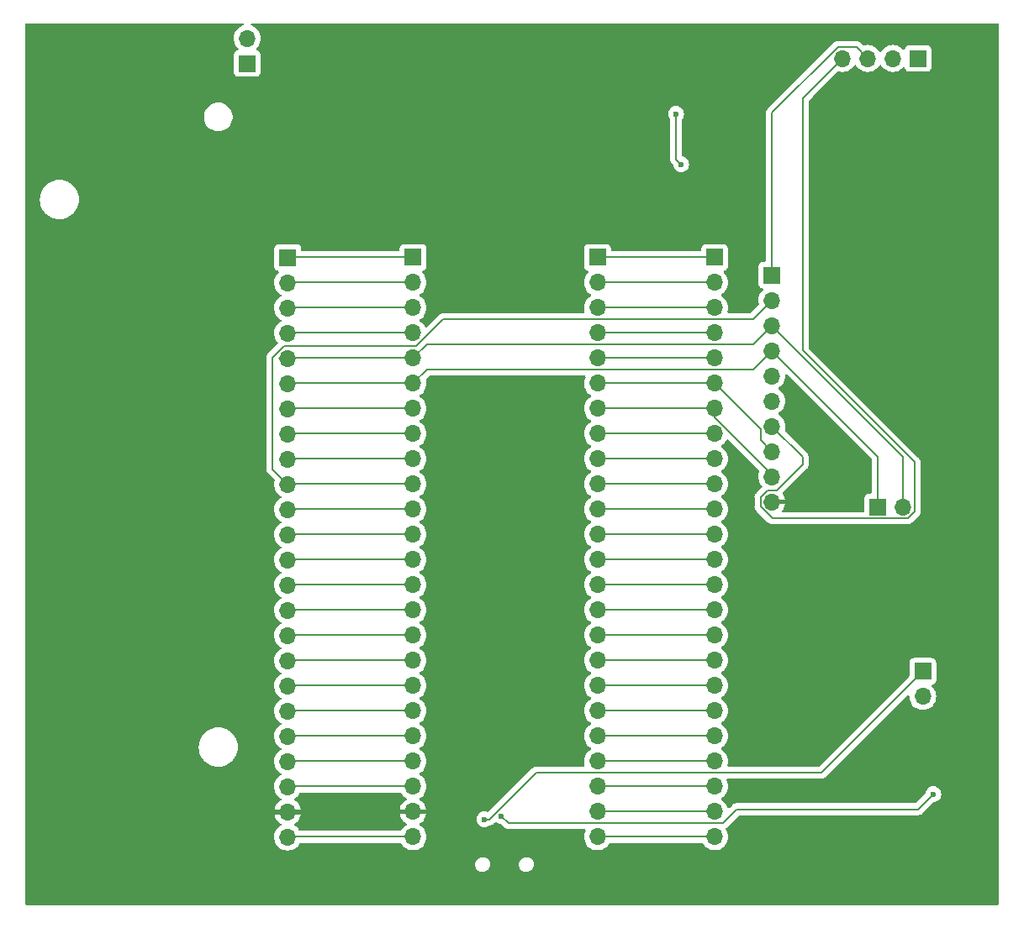
<source format=gbr>
%TF.GenerationSoftware,KiCad,Pcbnew,7.0.1*%
%TF.CreationDate,2023-03-21T02:41:46+02:00*%
%TF.ProjectId,Main,4d61696e-2e6b-4696-9361-645f70636258,V01*%
%TF.SameCoordinates,Original*%
%TF.FileFunction,Copper,L2,Bot*%
%TF.FilePolarity,Positive*%
%FSLAX46Y46*%
G04 Gerber Fmt 4.6, Leading zero omitted, Abs format (unit mm)*
G04 Created by KiCad (PCBNEW 7.0.1) date 2023-03-21 02:41:46*
%MOMM*%
%LPD*%
G01*
G04 APERTURE LIST*
%TA.AperFunction,ComponentPad*%
%ADD10R,1.700000X1.700000*%
%TD*%
%TA.AperFunction,ComponentPad*%
%ADD11O,1.700000X1.700000*%
%TD*%
%TA.AperFunction,ViaPad*%
%ADD12C,0.600000*%
%TD*%
%TA.AperFunction,Conductor*%
%ADD13C,0.200000*%
%TD*%
G04 APERTURE END LIST*
D10*
%TO.P,J13,1,Pin_1*%
%TO.N,/Interfacing/USB D-*%
X184350000Y-111075000D03*
D11*
%TO.P,J13,2,Pin_2*%
%TO.N,/Interfacing/USB D+*%
X184350000Y-113615000D03*
%TD*%
D10*
%TO.P,J3-Left1,1,Pin_1*%
%TO.N,Net-(J3-Left1-Pin_1)*%
X120400000Y-69360000D03*
D11*
%TO.P,J3-Left1,2,Pin_2*%
%TO.N,Net-(J3-Left1-Pin_2)*%
X120400000Y-71900000D03*
%TO.P,J3-Left1,3,Pin_3*%
%TO.N,Net-(J3-Left1-Pin_3)*%
X120400000Y-74440000D03*
%TO.P,J3-Left1,4,Pin_4*%
%TO.N,Net-(J3-Left1-Pin_4)*%
X120400000Y-76980000D03*
%TO.P,J3-Left1,5,Pin_5*%
%TO.N,/DigitalSensorSDA*%
X120400000Y-79520000D03*
%TO.P,J3-Left1,6,Pin_6*%
%TO.N,/DigitalSensorSCL*%
X120400000Y-82060000D03*
%TO.P,J3-Left1,7,Pin_7*%
%TO.N,Net-(J3-Left1-Pin_7)*%
X120400000Y-84600000D03*
%TO.P,J3-Left1,8,Pin_8*%
%TO.N,Net-(J3-Left1-Pin_8)*%
X120400000Y-87140000D03*
%TO.P,J3-Left1,9,Pin_9*%
%TO.N,Net-(J3-Left1-Pin_9)*%
X120400000Y-89680000D03*
%TO.P,J3-Left1,10,Pin_10*%
%TO.N,/BatterySense*%
X120400000Y-92220000D03*
%TO.P,J3-Left1,11,Pin_11*%
%TO.N,/USB 5V*%
X120400000Y-94760000D03*
%TO.P,J3-Left1,12,Pin_12*%
%TO.N,Net-(J3-Left1-Pin_12)*%
X120400000Y-97300000D03*
%TO.P,J3-Left1,13,Pin_13*%
%TO.N,Net-(J3-Left1-Pin_13)*%
X120400000Y-99840000D03*
%TO.P,J3-Left1,14,Pin_14*%
%TO.N,Net-(J3-Left1-Pin_14)*%
X120400000Y-102380000D03*
%TO.P,J3-Left1,15,Pin_15*%
%TO.N,Net-(J3-Left1-Pin_15)*%
X120400000Y-104920000D03*
%TO.P,J3-Left1,16,Pin_16*%
%TO.N,Net-(J3-Left1-Pin_16)*%
X120400000Y-107460000D03*
%TO.P,J3-Left1,17,Pin_17*%
%TO.N,Net-(J3-Left1-Pin_17)*%
X120400000Y-110000000D03*
%TO.P,J3-Left1,18,Pin_18*%
%TO.N,Net-(J3-Left1-Pin_18)*%
X120400000Y-112540000D03*
%TO.P,J3-Left1,19,Pin_19*%
%TO.N,Net-(J3-Left1-Pin_19)*%
X120400000Y-115080000D03*
%TO.P,J3-Left1,20,Pin_20*%
%TO.N,Net-(J3-Left1-Pin_20)*%
X120400000Y-117620000D03*
%TO.P,J3-Left1,21,Pin_21*%
%TO.N,/Interfacing/EEPROMSCL*%
X120400000Y-120160000D03*
%TO.P,J3-Left1,22,Pin_22*%
%TO.N,/Interfacing/EEPROMSDA*%
X120400000Y-122700000D03*
%TO.P,J3-Left1,23,Pin_23*%
%TO.N,GND*%
X120400000Y-125240000D03*
%TO.P,J3-Left1,24,Pin_24*%
%TO.N,/Regulated 3v3*%
X120400000Y-127780000D03*
%TD*%
D10*
%TO.P,J6-Right1,1,Pin_1*%
%TO.N,Net-(J5-Right1-Pin_1)*%
X163400000Y-69340000D03*
D11*
%TO.P,J6-Right1,2,Pin_2*%
%TO.N,Net-(J5-Right1-Pin_2)*%
X163400000Y-71880000D03*
%TO.P,J6-Right1,3,Pin_3*%
%TO.N,Net-(J5-Right1-Pin_3)*%
X163400000Y-74420000D03*
%TO.P,J6-Right1,4,Pin_4*%
%TO.N,Net-(J5-Right1-Pin_4)*%
X163400000Y-76960000D03*
%TO.P,J6-Right1,5,Pin_5*%
%TO.N,Net-(J5-Right1-Pin_5)*%
X163400000Y-79500000D03*
%TO.P,J6-Right1,6,Pin_6*%
%TO.N,/Interfacing/USART_TX*%
X163400000Y-82040000D03*
%TO.P,J6-Right1,7,Pin_7*%
%TO.N,/Interfacing/USART_RX*%
X163400000Y-84580000D03*
%TO.P,J6-Right1,8,Pin_8*%
%TO.N,Net-(J5-Right1-Pin_8)*%
X163400000Y-87120000D03*
%TO.P,J6-Right1,9,Pin_9*%
%TO.N,Net-(J5-Right1-Pin_9)*%
X163400000Y-89660000D03*
%TO.P,J6-Right1,10,Pin_10*%
%TO.N,Net-(J5-Right1-Pin_10)*%
X163400000Y-92200000D03*
%TO.P,J6-Right1,11,Pin_11*%
%TO.N,Net-(J5-Right1-Pin_11)*%
X163400000Y-94740000D03*
%TO.P,J6-Right1,12,Pin_12*%
%TO.N,Net-(J5-Right1-Pin_12)*%
X163400000Y-97280000D03*
%TO.P,J6-Right1,13,Pin_13*%
%TO.N,Net-(J5-Right1-Pin_13)*%
X163400000Y-99820000D03*
%TO.P,J6-Right1,14,Pin_14*%
%TO.N,Net-(J5-Right1-Pin_14)*%
X163400000Y-102360000D03*
%TO.P,J6-Right1,15,Pin_15*%
%TO.N,Net-(J5-Right1-Pin_15)*%
X163400000Y-104900000D03*
%TO.P,J6-Right1,16,Pin_16*%
%TO.N,Net-(J5-Right1-Pin_16)*%
X163400000Y-107440000D03*
%TO.P,J6-Right1,17,Pin_17*%
%TO.N,Net-(J5-Right1-Pin_17)*%
X163400000Y-109980000D03*
%TO.P,J6-Right1,18,Pin_18*%
%TO.N,Net-(J5-Right1-Pin_18)*%
X163400000Y-112520000D03*
%TO.P,J6-Right1,19,Pin_19*%
%TO.N,Net-(J5-Right1-Pin_19)*%
X163400000Y-115060000D03*
%TO.P,J6-Right1,20,Pin_20*%
%TO.N,Net-(J5-Right1-Pin_20)*%
X163400000Y-117600000D03*
%TO.P,J6-Right1,21,Pin_21*%
%TO.N,Net-(J5-Right1-Pin_21)*%
X163400000Y-120140000D03*
%TO.P,J6-Right1,22,Pin_22*%
%TO.N,Net-(J5-Right1-Pin_22)*%
X163400000Y-122680000D03*
%TO.P,J6-Right1,23,Pin_23*%
%TO.N,Net-(J5-Right1-Pin_23)*%
X163400000Y-125220000D03*
%TO.P,J6-Right1,24,Pin_24*%
%TO.N,Net-(J5-Right1-Pin_24)*%
X163400000Y-127760000D03*
%TD*%
D10*
%TO.P,J2,1,Pin_1*%
%TO.N,Net-(D1-A)*%
X116332000Y-49784000D03*
D11*
%TO.P,J2,2,Pin_2*%
%TO.N,Battery*%
X116332000Y-47244000D03*
%TD*%
D10*
%TO.P,J8,1,Pin_1*%
%TO.N,/Power Module/Battery Input Polarity Protection*%
X183896000Y-49276000D03*
D11*
%TO.P,J8,2,Pin_2*%
%TO.N,/Power Module/Switched Power*%
X181356000Y-49276000D03*
%TO.P,J8,3,Pin_3*%
%TO.N,/Regulated 3v3*%
X178816000Y-49276000D03*
%TO.P,J8,4,Pin_4*%
%TO.N,/USB 5V*%
X176276000Y-49276000D03*
%TD*%
D10*
%TO.P,J9,1,Pin_1*%
%TO.N,/DigitalSensorSCL*%
X179832000Y-94488000D03*
D11*
%TO.P,J9,2,Pin_2*%
%TO.N,/DigitalSensorSDA*%
X182372000Y-94488000D03*
%TD*%
D10*
%TO.P,J4-Left1,1,Pin_1*%
%TO.N,Net-(J3-Left1-Pin_1)*%
X133020000Y-69340000D03*
D11*
%TO.P,J4-Left1,2,Pin_2*%
%TO.N,Net-(J3-Left1-Pin_2)*%
X133020000Y-71880000D03*
%TO.P,J4-Left1,3,Pin_3*%
%TO.N,Net-(J3-Left1-Pin_3)*%
X133020000Y-74420000D03*
%TO.P,J4-Left1,4,Pin_4*%
%TO.N,Net-(J3-Left1-Pin_4)*%
X133020000Y-76960000D03*
%TO.P,J4-Left1,5,Pin_5*%
%TO.N,/DigitalSensorSDA*%
X133020000Y-79500000D03*
%TO.P,J4-Left1,6,Pin_6*%
%TO.N,/DigitalSensorSCL*%
X133020000Y-82040000D03*
%TO.P,J4-Left1,7,Pin_7*%
%TO.N,Net-(J3-Left1-Pin_7)*%
X133020000Y-84580000D03*
%TO.P,J4-Left1,8,Pin_8*%
%TO.N,Net-(J3-Left1-Pin_8)*%
X133020000Y-87120000D03*
%TO.P,J4-Left1,9,Pin_9*%
%TO.N,Net-(J3-Left1-Pin_9)*%
X133020000Y-89660000D03*
%TO.P,J4-Left1,10,Pin_10*%
%TO.N,/BatterySense*%
X133020000Y-92200000D03*
%TO.P,J4-Left1,11,Pin_11*%
%TO.N,/USB 5V*%
X133020000Y-94740000D03*
%TO.P,J4-Left1,12,Pin_12*%
%TO.N,Net-(J3-Left1-Pin_12)*%
X133020000Y-97280000D03*
%TO.P,J4-Left1,13,Pin_13*%
%TO.N,Net-(J3-Left1-Pin_13)*%
X133020000Y-99820000D03*
%TO.P,J4-Left1,14,Pin_14*%
%TO.N,Net-(J3-Left1-Pin_14)*%
X133020000Y-102360000D03*
%TO.P,J4-Left1,15,Pin_15*%
%TO.N,Net-(J3-Left1-Pin_15)*%
X133020000Y-104900000D03*
%TO.P,J4-Left1,16,Pin_16*%
%TO.N,Net-(J3-Left1-Pin_16)*%
X133020000Y-107440000D03*
%TO.P,J4-Left1,17,Pin_17*%
%TO.N,Net-(J3-Left1-Pin_17)*%
X133020000Y-109980000D03*
%TO.P,J4-Left1,18,Pin_18*%
%TO.N,Net-(J3-Left1-Pin_18)*%
X133020000Y-112520000D03*
%TO.P,J4-Left1,19,Pin_19*%
%TO.N,Net-(J3-Left1-Pin_19)*%
X133020000Y-115060000D03*
%TO.P,J4-Left1,20,Pin_20*%
%TO.N,Net-(J3-Left1-Pin_20)*%
X133020000Y-117600000D03*
%TO.P,J4-Left1,21,Pin_21*%
%TO.N,/Interfacing/EEPROMSCL*%
X133020000Y-120140000D03*
%TO.P,J4-Left1,22,Pin_22*%
%TO.N,/Interfacing/EEPROMSDA*%
X133020000Y-122680000D03*
%TO.P,J4-Left1,23,Pin_23*%
%TO.N,GND*%
X133020000Y-125220000D03*
%TO.P,J4-Left1,24,Pin_24*%
%TO.N,/Regulated 3v3*%
X133020000Y-127760000D03*
%TD*%
D10*
%TO.P,J7,1,Pin_1*%
%TO.N,/Regulated 3v3*%
X169164000Y-71120000D03*
D11*
%TO.P,J7,2,Pin_2*%
%TO.N,/BatterySense*%
X169164000Y-73660000D03*
%TO.P,J7,3,Pin_3*%
%TO.N,/DigitalSensorSDA*%
X169164000Y-76200000D03*
%TO.P,J7,4,Pin_4*%
%TO.N,/DigitalSensorSCL*%
X169164000Y-78740000D03*
%TO.P,J7,5,Pin_5*%
%TO.N,unconnected-(J7-Pin_5-Pad5)*%
X169164000Y-81280000D03*
%TO.P,J7,6,Pin_6*%
%TO.N,unconnected-(J7-Pin_6-Pad6)*%
X169164000Y-83820000D03*
%TO.P,J7,7,Pin_7*%
%TO.N,/USB 5V*%
X169164000Y-86360000D03*
%TO.P,J7,8,Pin_8*%
%TO.N,/Interfacing/USART_TX*%
X169164000Y-88900000D03*
%TO.P,J7,9,Pin_9*%
%TO.N,/Interfacing/USART_RX*%
X169164000Y-91440000D03*
%TO.P,J7,10,Pin_10*%
%TO.N,GND*%
X169164000Y-93980000D03*
%TD*%
D10*
%TO.P,J5-Right1,1,Pin_1*%
%TO.N,Net-(J5-Right1-Pin_1)*%
X151600000Y-69340000D03*
D11*
%TO.P,J5-Right1,2,Pin_2*%
%TO.N,Net-(J5-Right1-Pin_2)*%
X151600000Y-71880000D03*
%TO.P,J5-Right1,3,Pin_3*%
%TO.N,Net-(J5-Right1-Pin_3)*%
X151600000Y-74420000D03*
%TO.P,J5-Right1,4,Pin_4*%
%TO.N,Net-(J5-Right1-Pin_4)*%
X151600000Y-76960000D03*
%TO.P,J5-Right1,5,Pin_5*%
%TO.N,Net-(J5-Right1-Pin_5)*%
X151600000Y-79500000D03*
%TO.P,J5-Right1,6,Pin_6*%
%TO.N,/Interfacing/USART_TX*%
X151600000Y-82040000D03*
%TO.P,J5-Right1,7,Pin_7*%
%TO.N,/Interfacing/USART_RX*%
X151600000Y-84580000D03*
%TO.P,J5-Right1,8,Pin_8*%
%TO.N,Net-(J5-Right1-Pin_8)*%
X151600000Y-87120000D03*
%TO.P,J5-Right1,9,Pin_9*%
%TO.N,Net-(J5-Right1-Pin_9)*%
X151600000Y-89660000D03*
%TO.P,J5-Right1,10,Pin_10*%
%TO.N,Net-(J5-Right1-Pin_10)*%
X151600000Y-92200000D03*
%TO.P,J5-Right1,11,Pin_11*%
%TO.N,Net-(J5-Right1-Pin_11)*%
X151600000Y-94740000D03*
%TO.P,J5-Right1,12,Pin_12*%
%TO.N,Net-(J5-Right1-Pin_12)*%
X151600000Y-97280000D03*
%TO.P,J5-Right1,13,Pin_13*%
%TO.N,Net-(J5-Right1-Pin_13)*%
X151600000Y-99820000D03*
%TO.P,J5-Right1,14,Pin_14*%
%TO.N,Net-(J5-Right1-Pin_14)*%
X151600000Y-102360000D03*
%TO.P,J5-Right1,15,Pin_15*%
%TO.N,Net-(J5-Right1-Pin_15)*%
X151600000Y-104900000D03*
%TO.P,J5-Right1,16,Pin_16*%
%TO.N,Net-(J5-Right1-Pin_16)*%
X151600000Y-107440000D03*
%TO.P,J5-Right1,17,Pin_17*%
%TO.N,Net-(J5-Right1-Pin_17)*%
X151600000Y-109980000D03*
%TO.P,J5-Right1,18,Pin_18*%
%TO.N,Net-(J5-Right1-Pin_18)*%
X151600000Y-112520000D03*
%TO.P,J5-Right1,19,Pin_19*%
%TO.N,Net-(J5-Right1-Pin_19)*%
X151600000Y-115060000D03*
%TO.P,J5-Right1,20,Pin_20*%
%TO.N,Net-(J5-Right1-Pin_20)*%
X151600000Y-117600000D03*
%TO.P,J5-Right1,21,Pin_21*%
%TO.N,Net-(J5-Right1-Pin_21)*%
X151600000Y-120140000D03*
%TO.P,J5-Right1,22,Pin_22*%
%TO.N,Net-(J5-Right1-Pin_22)*%
X151600000Y-122680000D03*
%TO.P,J5-Right1,23,Pin_23*%
%TO.N,Net-(J5-Right1-Pin_23)*%
X151600000Y-125220000D03*
%TO.P,J5-Right1,24,Pin_24*%
%TO.N,Net-(J5-Right1-Pin_24)*%
X151600000Y-127760000D03*
%TD*%
D12*
%TO.N,GND*%
X183896000Y-55880000D03*
X157988000Y-48260000D03*
X181356000Y-70104000D03*
%TO.N,/Interfacing/USB D+*%
X185420000Y-123444000D03*
X141901911Y-125645911D03*
%TO.N,/Interfacing/USB D-*%
X140208000Y-125984000D03*
%TO.N,Net-(U6-OUT)*%
X159512000Y-54864000D03*
X160020000Y-59944000D03*
%TO.N,GND*%
X140716000Y-51816000D03*
X138684000Y-125476000D03*
X167640000Y-58928000D03*
%TD*%
D13*
%TO.N,/Interfacing/USB D+*%
X141901911Y-125645911D02*
X142626000Y-126370000D01*
X142626000Y-126370000D02*
X164206000Y-126370000D01*
X164206000Y-126370000D02*
X165608000Y-124968000D01*
X165608000Y-124968000D02*
X183896000Y-124968000D01*
X183896000Y-124968000D02*
X185503736Y-123360264D01*
%TO.N,/Interfacing/USB D-*%
X140208000Y-125984000D02*
X140716000Y-125984000D01*
X140716000Y-125984000D02*
X145410000Y-121290000D01*
X145410000Y-121290000D02*
X174135000Y-121290000D01*
X174135000Y-121290000D02*
X184350000Y-111075000D01*
%TO.N,Net-(U6-OUT)*%
X160020000Y-59944000D02*
X159512000Y-59436000D01*
X159512000Y-59436000D02*
X159512000Y-54864000D01*
%TO.N,/Regulated 3v3*%
X178816000Y-49276000D02*
X177666000Y-48126000D01*
X177666000Y-48126000D02*
X175799654Y-48126000D01*
X175799654Y-48126000D02*
X169164000Y-54761654D01*
X169164000Y-54761654D02*
X169164000Y-71120000D01*
%TO.N,/USB 5V*%
X176276000Y-49276000D02*
X172240843Y-53311157D01*
X168687654Y-92830000D02*
X169640346Y-92830000D01*
X172240843Y-53311157D02*
X172240843Y-78711157D01*
X168014000Y-93503654D02*
X168687654Y-92830000D01*
X172240843Y-78711157D02*
X183522000Y-89992314D01*
X183522000Y-89992314D02*
X183522000Y-94964346D01*
X183522000Y-94964346D02*
X182848346Y-95638000D01*
X182848346Y-95638000D02*
X169195654Y-95638000D01*
X169195654Y-95638000D02*
X168014000Y-94456346D01*
X168014000Y-94456346D02*
X168014000Y-93503654D01*
X169640346Y-92830000D02*
X172240843Y-90229503D01*
X172240843Y-90229503D02*
X172240843Y-89436843D01*
X172240843Y-89436843D02*
X169164000Y-86360000D01*
%TO.N,/BatterySense*%
X169164000Y-73660000D02*
X167254000Y-75570000D01*
X167254000Y-75570000D02*
X136036346Y-75570000D01*
X136036346Y-75570000D02*
X133374346Y-78232000D01*
X133374346Y-78232000D02*
X120061654Y-78232000D01*
X120061654Y-78232000D02*
X118872000Y-79421654D01*
X118872000Y-79421654D02*
X118872000Y-90692000D01*
X118872000Y-90692000D02*
X120400000Y-92220000D01*
%TO.N,/DigitalSensorSDA*%
X182372000Y-94488000D02*
X182372000Y-89408000D01*
X182372000Y-89408000D02*
X169164000Y-76200000D01*
%TO.N,/DigitalSensorSCL*%
X179832000Y-94488000D02*
X179832000Y-89408000D01*
X179832000Y-89408000D02*
X169164000Y-78740000D01*
%TO.N,/DigitalSensorSDA*%
X169164000Y-76200000D02*
X167254000Y-78110000D01*
X167254000Y-78110000D02*
X134410000Y-78110000D01*
X134410000Y-78110000D02*
X133020000Y-79500000D01*
%TO.N,/DigitalSensorSCL*%
X169164000Y-78740000D02*
X167254000Y-80650000D01*
X167254000Y-80650000D02*
X134410000Y-80650000D01*
X134410000Y-80650000D02*
X133020000Y-82040000D01*
%TO.N,/Interfacing/USART_TX*%
X169164000Y-88900000D02*
X168014000Y-87750000D01*
X168014000Y-87750000D02*
X168014000Y-86654000D01*
X168014000Y-86654000D02*
X163400000Y-82040000D01*
%TO.N,/Interfacing/USART_RX*%
X169164000Y-91257654D02*
X163400000Y-85493654D01*
X163400000Y-85493654D02*
X163400000Y-84580000D01*
%TO.N,Net-(J3-Left1-Pin_1)*%
X133020000Y-69340000D02*
X120420000Y-69340000D01*
%TO.N,Net-(J3-Left1-Pin_2)*%
X133020000Y-71880000D02*
X120420000Y-71880000D01*
%TO.N,Net-(J3-Left1-Pin_3)*%
X133020000Y-74420000D02*
X120420000Y-74420000D01*
%TO.N,Net-(J3-Left1-Pin_4)*%
X133020000Y-76960000D02*
X120420000Y-76960000D01*
%TO.N,Net-(J3-Left1-Pin_7)*%
X133020000Y-84580000D02*
X120420000Y-84580000D01*
%TO.N,Net-(J3-Left1-Pin_8)*%
X133020000Y-87120000D02*
X120420000Y-87120000D01*
%TO.N,Net-(J3-Left1-Pin_9)*%
X133020000Y-89660000D02*
X120420000Y-89660000D01*
%TO.N,Net-(J3-Left1-Pin_12)*%
X133020000Y-97280000D02*
X120420000Y-97280000D01*
%TO.N,Net-(J3-Left1-Pin_13)*%
X133020000Y-99820000D02*
X120420000Y-99820000D01*
%TO.N,Net-(J3-Left1-Pin_14)*%
X133020000Y-102360000D02*
X120420000Y-102360000D01*
%TO.N,Net-(J3-Left1-Pin_15)*%
X133020000Y-104900000D02*
X120420000Y-104900000D01*
%TO.N,Net-(J3-Left1-Pin_16)*%
X133020000Y-107440000D02*
X120420000Y-107440000D01*
%TO.N,Net-(J3-Left1-Pin_17)*%
X133020000Y-109980000D02*
X120420000Y-109980000D01*
%TO.N,Net-(J3-Left1-Pin_18)*%
X133020000Y-112520000D02*
X120420000Y-112520000D01*
%TO.N,Net-(J3-Left1-Pin_19)*%
X133020000Y-115060000D02*
X120420000Y-115060000D01*
%TO.N,Net-(J3-Left1-Pin_20)*%
X133020000Y-117600000D02*
X120420000Y-117600000D01*
%TO.N,/USB 5V*%
X133020000Y-94740000D02*
X120420000Y-94740000D01*
%TO.N,Net-(J5-Right1-Pin_1)*%
X163400000Y-69340000D02*
X151600000Y-69340000D01*
%TO.N,Net-(J5-Right1-Pin_2)*%
X163400000Y-71880000D02*
X151600000Y-71880000D01*
%TO.N,Net-(J5-Right1-Pin_3)*%
X163400000Y-74420000D02*
X151600000Y-74420000D01*
%TO.N,Net-(J5-Right1-Pin_4)*%
X163400000Y-76960000D02*
X151600000Y-76960000D01*
%TO.N,Net-(J5-Right1-Pin_5)*%
X151600000Y-79500000D02*
X163400000Y-79500000D01*
%TO.N,Net-(J5-Right1-Pin_8)*%
X163400000Y-87120000D02*
X151600000Y-87120000D01*
%TO.N,Net-(J5-Right1-Pin_9)*%
X151600000Y-89660000D02*
X163400000Y-89660000D01*
%TO.N,Net-(J5-Right1-Pin_10)*%
X163400000Y-92200000D02*
X151600000Y-92200000D01*
%TO.N,Net-(J5-Right1-Pin_11)*%
X163400000Y-94740000D02*
X151600000Y-94740000D01*
%TO.N,Net-(J5-Right1-Pin_12)*%
X163400000Y-97280000D02*
X151600000Y-97280000D01*
%TO.N,Net-(J5-Right1-Pin_13)*%
X163400000Y-99820000D02*
X151600000Y-99820000D01*
%TO.N,Net-(J5-Right1-Pin_14)*%
X163400000Y-102360000D02*
X151600000Y-102360000D01*
%TO.N,Net-(J5-Right1-Pin_15)*%
X163400000Y-104900000D02*
X151600000Y-104900000D01*
%TO.N,Net-(J5-Right1-Pin_16)*%
X163400000Y-107440000D02*
X151600000Y-107440000D01*
%TO.N,Net-(J5-Right1-Pin_17)*%
X163400000Y-109980000D02*
X151600000Y-109980000D01*
%TO.N,Net-(J5-Right1-Pin_18)*%
X163400000Y-112520000D02*
X151600000Y-112520000D01*
%TO.N,Net-(J5-Right1-Pin_19)*%
X163400000Y-115060000D02*
X151600000Y-115060000D01*
%TO.N,Net-(J5-Right1-Pin_20)*%
X163400000Y-117600000D02*
X151600000Y-117600000D01*
%TO.N,Net-(J5-Right1-Pin_21)*%
X163400000Y-120140000D02*
X151600000Y-120140000D01*
%TO.N,Net-(J5-Right1-Pin_22)*%
X163400000Y-122680000D02*
X151600000Y-122680000D01*
%TO.N,Net-(J5-Right1-Pin_23)*%
X163400000Y-125220000D02*
X151600000Y-125220000D01*
%TO.N,Net-(J5-Right1-Pin_24)*%
X163400000Y-127760000D02*
X151600000Y-127760000D01*
%TO.N,/DigitalSensorSDA*%
X133020000Y-79500000D02*
X119500000Y-79500000D01*
X133020000Y-79500000D02*
X120420000Y-79500000D01*
%TO.N,/DigitalSensorSCL*%
X133020000Y-82040000D02*
X120420000Y-82040000D01*
%TO.N,/BatterySense*%
X133020000Y-92200000D02*
X120420000Y-92200000D01*
%TO.N,/Interfacing/EEPROMSCL*%
X133020000Y-120140000D02*
X120420000Y-120140000D01*
%TO.N,/Interfacing/EEPROMSDA*%
X133020000Y-122680000D02*
X120420000Y-122680000D01*
%TO.N,/Regulated 3v3*%
X133020000Y-127760000D02*
X120420000Y-127760000D01*
%TO.N,/Interfacing/USART_TX*%
X163400000Y-82040000D02*
X151600000Y-82040000D01*
%TO.N,/Interfacing/USART_RX*%
X151600000Y-84580000D02*
X163400000Y-84580000D01*
%TD*%
%TA.AperFunction,Conductor*%
%TO.N,GND*%
G36*
X170677005Y-81122766D02*
G01*
X170728432Y-81153667D01*
X179195181Y-89620416D01*
X179222061Y-89660644D01*
X179231500Y-89708097D01*
X179231500Y-93013501D01*
X179214887Y-93075501D01*
X179169500Y-93120888D01*
X179107500Y-93137501D01*
X178934128Y-93137501D01*
X178904322Y-93140704D01*
X178874515Y-93143909D01*
X178739669Y-93194204D01*
X178624454Y-93280454D01*
X178538204Y-93395668D01*
X178497928Y-93503653D01*
X178487909Y-93530517D01*
X178481500Y-93590127D01*
X178481500Y-94296337D01*
X178481501Y-94913500D01*
X178464888Y-94975500D01*
X178419501Y-95020887D01*
X178357501Y-95037500D01*
X170309777Y-95037500D01*
X170245449Y-95019509D01*
X170199788Y-94970757D01*
X170186043Y-94905390D01*
X170208202Y-94842376D01*
X170337600Y-94657576D01*
X170437430Y-94443492D01*
X170494636Y-94230000D01*
X169038000Y-94230000D01*
X168976000Y-94213387D01*
X168930613Y-94168000D01*
X168914000Y-94106000D01*
X168914000Y-93854000D01*
X168930613Y-93792000D01*
X168976000Y-93746613D01*
X169038000Y-93730000D01*
X170494636Y-93730000D01*
X170494635Y-93729999D01*
X170437430Y-93516507D01*
X170337599Y-93302421D01*
X170265309Y-93199179D01*
X170244193Y-93146027D01*
X170249178Y-93089052D01*
X170279199Y-93040380D01*
X172631886Y-90687693D01*
X172644066Y-90677012D01*
X172669125Y-90657785D01*
X172765379Y-90532344D01*
X172825887Y-90386265D01*
X172841343Y-90268864D01*
X172846525Y-90229503D01*
X172842403Y-90198200D01*
X172841343Y-90182016D01*
X172841343Y-89484330D01*
X172842404Y-89468144D01*
X172846525Y-89436842D01*
X172842728Y-89407999D01*
X172825887Y-89280081D01*
X172765379Y-89134002D01*
X172743247Y-89105159D01*
X172743246Y-89105158D01*
X172669125Y-89008560D01*
X172644072Y-88989337D01*
X172631877Y-88978642D01*
X170496766Y-86843531D01*
X170464672Y-86787943D01*
X170464672Y-86723756D01*
X170482737Y-86656336D01*
X170499063Y-86595408D01*
X170519659Y-86360000D01*
X170499063Y-86124592D01*
X170437903Y-85896337D01*
X170338035Y-85682171D01*
X170202495Y-85488599D01*
X170035401Y-85321505D01*
X169849839Y-85191573D01*
X169810975Y-85147257D01*
X169796964Y-85090000D01*
X169810975Y-85032743D01*
X169849839Y-84988426D01*
X170035401Y-84858495D01*
X170202495Y-84691401D01*
X170338035Y-84497830D01*
X170437903Y-84283663D01*
X170499063Y-84055408D01*
X170519659Y-83820000D01*
X170499063Y-83584592D01*
X170437903Y-83356337D01*
X170338035Y-83142171D01*
X170202495Y-82948599D01*
X170035401Y-82781505D01*
X169849839Y-82651573D01*
X169810975Y-82607257D01*
X169796964Y-82550000D01*
X169810975Y-82492743D01*
X169849839Y-82448426D01*
X170035401Y-82318495D01*
X170202495Y-82151401D01*
X170338035Y-81957830D01*
X170437903Y-81743663D01*
X170499063Y-81515408D01*
X170519659Y-81280000D01*
X170517222Y-81252157D01*
X170526608Y-81192898D01*
X170562715Y-81144982D01*
X170617090Y-81119626D01*
X170677005Y-81122766D01*
G37*
%TD.AperFunction*%
%TA.AperFunction,Conductor*%
G36*
X115917095Y-45734011D02*
G01*
X115961413Y-45772877D01*
X115982777Y-45827815D01*
X115976360Y-45886411D01*
X115943611Y-45935423D01*
X115891931Y-45963775D01*
X115868336Y-45970097D01*
X115654170Y-46069965D01*
X115460598Y-46205505D01*
X115293505Y-46372598D01*
X115157965Y-46566170D01*
X115058097Y-46780336D01*
X114996936Y-47008592D01*
X114976340Y-47243999D01*
X114996936Y-47479407D01*
X115029641Y-47601462D01*
X115058097Y-47707663D01*
X115157965Y-47921830D01*
X115293505Y-48115401D01*
X115293508Y-48115403D01*
X115293508Y-48115404D01*
X115415430Y-48237326D01*
X115446726Y-48290072D01*
X115448915Y-48351365D01*
X115421462Y-48406209D01*
X115371083Y-48441189D01*
X115239669Y-48490204D01*
X115124454Y-48576454D01*
X115038204Y-48691668D01*
X114987909Y-48826516D01*
X114981500Y-48886130D01*
X114981500Y-50681869D01*
X114987909Y-50741483D01*
X115038204Y-50876331D01*
X115124454Y-50991546D01*
X115239669Y-51077796D01*
X115374517Y-51128091D01*
X115434127Y-51134500D01*
X117229872Y-51134499D01*
X117289483Y-51128091D01*
X117424331Y-51077796D01*
X117539546Y-50991546D01*
X117625796Y-50876331D01*
X117676091Y-50741483D01*
X117682500Y-50681873D01*
X117682499Y-48886128D01*
X117676091Y-48826517D01*
X117625796Y-48691669D01*
X117539546Y-48576454D01*
X117424331Y-48490204D01*
X117362898Y-48467291D01*
X117292916Y-48441189D01*
X117242537Y-48406209D01*
X117215084Y-48351365D01*
X117217273Y-48290072D01*
X117248566Y-48237329D01*
X117370495Y-48115401D01*
X117506035Y-47921830D01*
X117605903Y-47707663D01*
X117667063Y-47479408D01*
X117687659Y-47244000D01*
X117667063Y-47008592D01*
X117605903Y-46780337D01*
X117506035Y-46566171D01*
X117370495Y-46372599D01*
X117203401Y-46205505D01*
X117009830Y-46069965D01*
X116795663Y-45970097D01*
X116772067Y-45963774D01*
X116720388Y-45935423D01*
X116687639Y-45886411D01*
X116681222Y-45827815D01*
X116702586Y-45772877D01*
X116746904Y-45734011D01*
X116804161Y-45720000D01*
X191900000Y-45720000D01*
X191962000Y-45736613D01*
X192007387Y-45782000D01*
X192024000Y-45844000D01*
X192024000Y-134496000D01*
X192007387Y-134558000D01*
X191962000Y-134603387D01*
X191900000Y-134620000D01*
X94104000Y-134620000D01*
X94042000Y-134603387D01*
X93996613Y-134558000D01*
X93980000Y-134496000D01*
X93980000Y-130599934D01*
X139285668Y-130599934D01*
X139301058Y-130687207D01*
X139316135Y-130772711D01*
X139351752Y-130855281D01*
X139385623Y-130933804D01*
X139490390Y-131074530D01*
X139624783Y-131187300D01*
X139624784Y-131187300D01*
X139624786Y-131187302D01*
X139781567Y-131266040D01*
X139781568Y-131266040D01*
X139781570Y-131266041D01*
X139952277Y-131306500D01*
X139952279Y-131306500D01*
X140083704Y-131306500D01*
X140083709Y-131306500D01*
X140214255Y-131291241D01*
X140379117Y-131231237D01*
X140525696Y-131134830D01*
X140646092Y-131007218D01*
X140733812Y-130855281D01*
X140784130Y-130687210D01*
X140789213Y-130599934D01*
X143685668Y-130599934D01*
X143701058Y-130687207D01*
X143716135Y-130772711D01*
X143751752Y-130855281D01*
X143785623Y-130933804D01*
X143890390Y-131074530D01*
X144024783Y-131187300D01*
X144024784Y-131187300D01*
X144024786Y-131187302D01*
X144181567Y-131266040D01*
X144181568Y-131266040D01*
X144181570Y-131266041D01*
X144352277Y-131306500D01*
X144352279Y-131306500D01*
X144483704Y-131306500D01*
X144483709Y-131306500D01*
X144614255Y-131291241D01*
X144779117Y-131231237D01*
X144925696Y-131134830D01*
X145046092Y-131007218D01*
X145133812Y-130855281D01*
X145184130Y-130687210D01*
X145194331Y-130512065D01*
X145163865Y-130339289D01*
X145094377Y-130178196D01*
X144989610Y-130037470D01*
X144989609Y-130037469D01*
X144855216Y-129924699D01*
X144698429Y-129845958D01*
X144527723Y-129805500D01*
X144527721Y-129805500D01*
X144396291Y-129805500D01*
X144314699Y-129815036D01*
X144265742Y-129820759D01*
X144100883Y-129880762D01*
X143954303Y-129977170D01*
X143833908Y-130104780D01*
X143746188Y-130256718D01*
X143746188Y-130256719D01*
X143695870Y-130424790D01*
X143695869Y-130424792D01*
X143695870Y-130424792D01*
X143685668Y-130599934D01*
X140789213Y-130599934D01*
X140794331Y-130512065D01*
X140763865Y-130339289D01*
X140694377Y-130178196D01*
X140589610Y-130037470D01*
X140589609Y-130037469D01*
X140455216Y-129924699D01*
X140298429Y-129845958D01*
X140127723Y-129805500D01*
X140127721Y-129805500D01*
X139996291Y-129805500D01*
X139914699Y-129815036D01*
X139865742Y-129820759D01*
X139700883Y-129880762D01*
X139554303Y-129977170D01*
X139433908Y-130104780D01*
X139346188Y-130256718D01*
X139346188Y-130256719D01*
X139295870Y-130424790D01*
X139295869Y-130424792D01*
X139295870Y-130424792D01*
X139285668Y-130599934D01*
X93980000Y-130599934D01*
X93980000Y-127780000D01*
X119044340Y-127780000D01*
X119064936Y-128015407D01*
X119109709Y-128182501D01*
X119126097Y-128243663D01*
X119225965Y-128457830D01*
X119361505Y-128651401D01*
X119528599Y-128818495D01*
X119722170Y-128954035D01*
X119936337Y-129053903D01*
X120164592Y-129115063D01*
X120400000Y-129135659D01*
X120635408Y-129115063D01*
X120863663Y-129053903D01*
X121077830Y-128954035D01*
X121271401Y-128818495D01*
X121438495Y-128651401D01*
X121574035Y-128457830D01*
X121586035Y-128432095D01*
X121631792Y-128379920D01*
X121698417Y-128360500D01*
X131730909Y-128360500D01*
X131797534Y-128379919D01*
X131843290Y-128432094D01*
X131845965Y-128437830D01*
X131981505Y-128631401D01*
X132148599Y-128798495D01*
X132342170Y-128934035D01*
X132556337Y-129033903D01*
X132784592Y-129095063D01*
X133020000Y-129115659D01*
X133255408Y-129095063D01*
X133483663Y-129033903D01*
X133697830Y-128934035D01*
X133891401Y-128798495D01*
X134058495Y-128631401D01*
X134194035Y-128437830D01*
X134293903Y-128223663D01*
X134355063Y-127995408D01*
X134375659Y-127760000D01*
X134355063Y-127524592D01*
X134293903Y-127296337D01*
X134194035Y-127082171D01*
X134058495Y-126888599D01*
X133891401Y-126721505D01*
X133705402Y-126591267D01*
X133666539Y-126546951D01*
X133652528Y-126489694D01*
X133666539Y-126432437D01*
X133705405Y-126388119D01*
X133891078Y-126258109D01*
X134058106Y-126091081D01*
X134193600Y-125897576D01*
X134293430Y-125683492D01*
X134350636Y-125470000D01*
X131689364Y-125470000D01*
X131746569Y-125683492D01*
X131846399Y-125897576D01*
X131981893Y-126091081D01*
X132148918Y-126258106D01*
X132334595Y-126388119D01*
X132373460Y-126432437D01*
X132387471Y-126489694D01*
X132373460Y-126546951D01*
X132334595Y-126591269D01*
X132148595Y-126721508D01*
X131981505Y-126888598D01*
X131845964Y-127082171D01*
X131843290Y-127087907D01*
X131797533Y-127140081D01*
X131730909Y-127159500D01*
X121678727Y-127159500D01*
X121621470Y-127145489D01*
X121577152Y-127106623D01*
X121522012Y-127027875D01*
X121438495Y-126908599D01*
X121271401Y-126741505D01*
X121085402Y-126611267D01*
X121046539Y-126566951D01*
X121032528Y-126509694D01*
X121046539Y-126452437D01*
X121085405Y-126408119D01*
X121271078Y-126278109D01*
X121438106Y-126111081D01*
X121573600Y-125917576D01*
X121673430Y-125703492D01*
X121730636Y-125490000D01*
X119069364Y-125490000D01*
X119126569Y-125703492D01*
X119226399Y-125917576D01*
X119361893Y-126111081D01*
X119528918Y-126278106D01*
X119714595Y-126408119D01*
X119753460Y-126452437D01*
X119767471Y-126509694D01*
X119753460Y-126566951D01*
X119714595Y-126611269D01*
X119528595Y-126741508D01*
X119361505Y-126908598D01*
X119225965Y-127102170D01*
X119126097Y-127316336D01*
X119064936Y-127544592D01*
X119044340Y-127780000D01*
X93980000Y-127780000D01*
X93980000Y-118710000D01*
X111429453Y-118710000D01*
X111449613Y-118991861D01*
X111509678Y-119267979D01*
X111509680Y-119267984D01*
X111608432Y-119532749D01*
X111686837Y-119676336D01*
X111743859Y-119780765D01*
X111913203Y-120006982D01*
X112113017Y-120206796D01*
X112339234Y-120376140D01*
X112339236Y-120376141D01*
X112587251Y-120511568D01*
X112852016Y-120610320D01*
X112852019Y-120610320D01*
X112852020Y-120610321D01*
X112891320Y-120618870D01*
X113128139Y-120670387D01*
X113324332Y-120684419D01*
X113339446Y-120685500D01*
X113339447Y-120685500D01*
X113480553Y-120685500D01*
X113480554Y-120685500D01*
X113494658Y-120684491D01*
X113691861Y-120670387D01*
X113967984Y-120610320D01*
X114232749Y-120511568D01*
X114480764Y-120376141D01*
X114706982Y-120206797D01*
X114906797Y-120006982D01*
X115076141Y-119780764D01*
X115211568Y-119532749D01*
X115310320Y-119267984D01*
X115370387Y-118991861D01*
X115390546Y-118710000D01*
X115370387Y-118428139D01*
X115310320Y-118152016D01*
X115211568Y-117887251D01*
X115076141Y-117639236D01*
X115061741Y-117620000D01*
X114906796Y-117413017D01*
X114706982Y-117213203D01*
X114480765Y-117043859D01*
X114363964Y-116980081D01*
X114232749Y-116908432D01*
X113967984Y-116809680D01*
X113967979Y-116809678D01*
X113691861Y-116749613D01*
X113480554Y-116734500D01*
X113480553Y-116734500D01*
X113339447Y-116734500D01*
X113339446Y-116734500D01*
X113128138Y-116749613D01*
X112852020Y-116809678D01*
X112755179Y-116845798D01*
X112587251Y-116908432D01*
X112525520Y-116942139D01*
X112339234Y-117043859D01*
X112113017Y-117213203D01*
X111913203Y-117413017D01*
X111743859Y-117639234D01*
X111642139Y-117825520D01*
X111608432Y-117887251D01*
X111545798Y-118055179D01*
X111509678Y-118152020D01*
X111449613Y-118428138D01*
X111429453Y-118710000D01*
X93980000Y-118710000D01*
X93980000Y-79421653D01*
X118266317Y-79421653D01*
X118270439Y-79452955D01*
X118271500Y-79469141D01*
X118271500Y-90644513D01*
X118270439Y-90660699D01*
X118266318Y-90691999D01*
X118274486Y-90754039D01*
X118274486Y-90754040D01*
X118286956Y-90848762D01*
X118347463Y-90994840D01*
X118443716Y-91120281D01*
X118468768Y-91139503D01*
X118480964Y-91150199D01*
X119067233Y-91736468D01*
X119099327Y-91792055D01*
X119099327Y-91856242D01*
X119064936Y-91984592D01*
X119044340Y-92220000D01*
X119064936Y-92455407D01*
X119080861Y-92514838D01*
X119126097Y-92683663D01*
X119225965Y-92897830D01*
X119361505Y-93091401D01*
X119528599Y-93258495D01*
X119714160Y-93388426D01*
X119753024Y-93432743D01*
X119767035Y-93490000D01*
X119753024Y-93547257D01*
X119714159Y-93591575D01*
X119528595Y-93721508D01*
X119361505Y-93888598D01*
X119225965Y-94082170D01*
X119126097Y-94296336D01*
X119064936Y-94524592D01*
X119044340Y-94759999D01*
X119064936Y-94995407D01*
X119076215Y-95037500D01*
X119126097Y-95223663D01*
X119225965Y-95437830D01*
X119361505Y-95631401D01*
X119528599Y-95798495D01*
X119714160Y-95928426D01*
X119753024Y-95972743D01*
X119767035Y-96030000D01*
X119753024Y-96087257D01*
X119714158Y-96131575D01*
X119559939Y-96239561D01*
X119528595Y-96261508D01*
X119361505Y-96428598D01*
X119225965Y-96622170D01*
X119126097Y-96836336D01*
X119064936Y-97064592D01*
X119044340Y-97300000D01*
X119064936Y-97535407D01*
X119109709Y-97702501D01*
X119126097Y-97763663D01*
X119225965Y-97977830D01*
X119361505Y-98171401D01*
X119528599Y-98338495D01*
X119714160Y-98468426D01*
X119753024Y-98512743D01*
X119767035Y-98570000D01*
X119753024Y-98627257D01*
X119714159Y-98671575D01*
X119528595Y-98801508D01*
X119361505Y-98968598D01*
X119225965Y-99162170D01*
X119126097Y-99376336D01*
X119064936Y-99604592D01*
X119044340Y-99839999D01*
X119064936Y-100075407D01*
X119109709Y-100242502D01*
X119126097Y-100303663D01*
X119225965Y-100517830D01*
X119361505Y-100711401D01*
X119528599Y-100878495D01*
X119714160Y-101008426D01*
X119753024Y-101052743D01*
X119767035Y-101110000D01*
X119753024Y-101167257D01*
X119714159Y-101211575D01*
X119528595Y-101341508D01*
X119361505Y-101508598D01*
X119225965Y-101702170D01*
X119126097Y-101916336D01*
X119064936Y-102144592D01*
X119044340Y-102380000D01*
X119064936Y-102615407D01*
X119109709Y-102782501D01*
X119126097Y-102843663D01*
X119225965Y-103057830D01*
X119361505Y-103251401D01*
X119528599Y-103418495D01*
X119714160Y-103548426D01*
X119753024Y-103592743D01*
X119767035Y-103650000D01*
X119753024Y-103707257D01*
X119714159Y-103751575D01*
X119528595Y-103881508D01*
X119361505Y-104048598D01*
X119225965Y-104242170D01*
X119126097Y-104456336D01*
X119064936Y-104684592D01*
X119044340Y-104919999D01*
X119064936Y-105155407D01*
X119109709Y-105322502D01*
X119126097Y-105383663D01*
X119225965Y-105597830D01*
X119361505Y-105791401D01*
X119528599Y-105958495D01*
X119714160Y-106088426D01*
X119753024Y-106132743D01*
X119767035Y-106190000D01*
X119753024Y-106247257D01*
X119714159Y-106291575D01*
X119528595Y-106421508D01*
X119361505Y-106588598D01*
X119225965Y-106782170D01*
X119126097Y-106996336D01*
X119064936Y-107224592D01*
X119044340Y-107460000D01*
X119064936Y-107695407D01*
X119109709Y-107862501D01*
X119126097Y-107923663D01*
X119225965Y-108137830D01*
X119361505Y-108331401D01*
X119528599Y-108498495D01*
X119714160Y-108628426D01*
X119753024Y-108672743D01*
X119767035Y-108730000D01*
X119753024Y-108787257D01*
X119714159Y-108831575D01*
X119528595Y-108961508D01*
X119361505Y-109128598D01*
X119225965Y-109322170D01*
X119126097Y-109536336D01*
X119064936Y-109764592D01*
X119044340Y-110000000D01*
X119064936Y-110235407D01*
X119109709Y-110402502D01*
X119126097Y-110463663D01*
X119225965Y-110677830D01*
X119361505Y-110871401D01*
X119528599Y-111038495D01*
X119714160Y-111168426D01*
X119753024Y-111212743D01*
X119767035Y-111270000D01*
X119753024Y-111327257D01*
X119714159Y-111371575D01*
X119528595Y-111501508D01*
X119361505Y-111668598D01*
X119225965Y-111862170D01*
X119126097Y-112076336D01*
X119064936Y-112304592D01*
X119044340Y-112539999D01*
X119064936Y-112775407D01*
X119108280Y-112937170D01*
X119126097Y-113003663D01*
X119225965Y-113217830D01*
X119361505Y-113411401D01*
X119528599Y-113578495D01*
X119714160Y-113708426D01*
X119753024Y-113752743D01*
X119767035Y-113810000D01*
X119753024Y-113867257D01*
X119714159Y-113911575D01*
X119528595Y-114041508D01*
X119361505Y-114208598D01*
X119225965Y-114402170D01*
X119126097Y-114616336D01*
X119064936Y-114844592D01*
X119044340Y-115080000D01*
X119064936Y-115315407D01*
X119109709Y-115482501D01*
X119126097Y-115543663D01*
X119225965Y-115757830D01*
X119361505Y-115951401D01*
X119528599Y-116118495D01*
X119714160Y-116248426D01*
X119753024Y-116292743D01*
X119767035Y-116350000D01*
X119753024Y-116407257D01*
X119714159Y-116451575D01*
X119528595Y-116581508D01*
X119361505Y-116748598D01*
X119225965Y-116942170D01*
X119126097Y-117156336D01*
X119064936Y-117384592D01*
X119044340Y-117619999D01*
X119064936Y-117855407D01*
X119073468Y-117887248D01*
X119126097Y-118083663D01*
X119225965Y-118297830D01*
X119361505Y-118491401D01*
X119528599Y-118658495D01*
X119714160Y-118788426D01*
X119753024Y-118832743D01*
X119767035Y-118890000D01*
X119753024Y-118947257D01*
X119714159Y-118991575D01*
X119528595Y-119121508D01*
X119361505Y-119288598D01*
X119225965Y-119482170D01*
X119126097Y-119696336D01*
X119064936Y-119924592D01*
X119044340Y-120160000D01*
X119064936Y-120395407D01*
X119101913Y-120533407D01*
X119126097Y-120623663D01*
X119225965Y-120837830D01*
X119361505Y-121031401D01*
X119528599Y-121198495D01*
X119714160Y-121328426D01*
X119753024Y-121372743D01*
X119767035Y-121430000D01*
X119753024Y-121487257D01*
X119714159Y-121531575D01*
X119528595Y-121661508D01*
X119361505Y-121828598D01*
X119225965Y-122022170D01*
X119126097Y-122236336D01*
X119064936Y-122464592D01*
X119044340Y-122699999D01*
X119064936Y-122935407D01*
X119107559Y-123094476D01*
X119126097Y-123163663D01*
X119225965Y-123377830D01*
X119361505Y-123571401D01*
X119528599Y-123738495D01*
X119714597Y-123868732D01*
X119753460Y-123913048D01*
X119767471Y-123970305D01*
X119753461Y-124027561D01*
X119714595Y-124071880D01*
X119528919Y-124201892D01*
X119361890Y-124368921D01*
X119226400Y-124562421D01*
X119126569Y-124776507D01*
X119069364Y-124989999D01*
X119069364Y-124990000D01*
X121730636Y-124990000D01*
X121730635Y-124989999D01*
X121673430Y-124776507D01*
X121573599Y-124562421D01*
X121438109Y-124368921D01*
X121271081Y-124201893D01*
X121085404Y-124071880D01*
X121046539Y-124027562D01*
X121032528Y-123970305D01*
X121046539Y-123913048D01*
X121085402Y-123868732D01*
X121271401Y-123738495D01*
X121438495Y-123571401D01*
X121574035Y-123377830D01*
X121586035Y-123352095D01*
X121631792Y-123299920D01*
X121698417Y-123280500D01*
X131730909Y-123280500D01*
X131797534Y-123299919D01*
X131843290Y-123352094D01*
X131845965Y-123357830D01*
X131981505Y-123551401D01*
X132148599Y-123718495D01*
X132334597Y-123848732D01*
X132373460Y-123893048D01*
X132387471Y-123950305D01*
X132373461Y-124007561D01*
X132334595Y-124051880D01*
X132148919Y-124181892D01*
X131981890Y-124348921D01*
X131846400Y-124542421D01*
X131746569Y-124756507D01*
X131689364Y-124969999D01*
X131689364Y-124970000D01*
X134350636Y-124970000D01*
X134350635Y-124969999D01*
X134293430Y-124756507D01*
X134193599Y-124542421D01*
X134058109Y-124348921D01*
X133891081Y-124181893D01*
X133705404Y-124051880D01*
X133666539Y-124007562D01*
X133652528Y-123950305D01*
X133666539Y-123893048D01*
X133705402Y-123848732D01*
X133891401Y-123718495D01*
X134058495Y-123551401D01*
X134194035Y-123357830D01*
X134293903Y-123143663D01*
X134355063Y-122915408D01*
X134375659Y-122680000D01*
X134373789Y-122658632D01*
X134355063Y-122444592D01*
X134355062Y-122444591D01*
X134293903Y-122216337D01*
X134194035Y-122002171D01*
X134058495Y-121808599D01*
X133891401Y-121641505D01*
X133705839Y-121511573D01*
X133666975Y-121467257D01*
X133652964Y-121410000D01*
X133666975Y-121352743D01*
X133705839Y-121308426D01*
X133891401Y-121178495D01*
X134058495Y-121011401D01*
X134194035Y-120817830D01*
X134293903Y-120603663D01*
X134355063Y-120375408D01*
X134375659Y-120140000D01*
X134355063Y-119904592D01*
X134293903Y-119676337D01*
X134194035Y-119462171D01*
X134058495Y-119268599D01*
X133891401Y-119101505D01*
X133705839Y-118971573D01*
X133666975Y-118927257D01*
X133652964Y-118870000D01*
X133666975Y-118812743D01*
X133705839Y-118768426D01*
X133891401Y-118638495D01*
X134058495Y-118471401D01*
X134194035Y-118277830D01*
X134293903Y-118063663D01*
X134355063Y-117835408D01*
X134375659Y-117600000D01*
X134355063Y-117364592D01*
X134293903Y-117136337D01*
X134194035Y-116922171D01*
X134058495Y-116728599D01*
X133891401Y-116561505D01*
X133705839Y-116431573D01*
X133666974Y-116387255D01*
X133652964Y-116329999D01*
X133666975Y-116272742D01*
X133705837Y-116228428D01*
X133891401Y-116098495D01*
X134058495Y-115931401D01*
X134194035Y-115737830D01*
X134293903Y-115523663D01*
X134355063Y-115295408D01*
X134375659Y-115060000D01*
X134367842Y-114970659D01*
X134355063Y-114824592D01*
X134309217Y-114653491D01*
X134293903Y-114596337D01*
X134194035Y-114382171D01*
X134058495Y-114188599D01*
X133891401Y-114021505D01*
X133705839Y-113891573D01*
X133666974Y-113847255D01*
X133652964Y-113789999D01*
X133666975Y-113732742D01*
X133705837Y-113688428D01*
X133891401Y-113558495D01*
X134058495Y-113391401D01*
X134194035Y-113197830D01*
X134293903Y-112983663D01*
X134355063Y-112755408D01*
X134375659Y-112520000D01*
X134355063Y-112284592D01*
X134293903Y-112056337D01*
X134194035Y-111842171D01*
X134058495Y-111648599D01*
X133891401Y-111481505D01*
X133705839Y-111351573D01*
X133666976Y-111307257D01*
X133652965Y-111250000D01*
X133666976Y-111192743D01*
X133705839Y-111148426D01*
X133891401Y-111018495D01*
X134058495Y-110851401D01*
X134194035Y-110657830D01*
X134293903Y-110443663D01*
X134355063Y-110215408D01*
X134375659Y-109980000D01*
X134355063Y-109744592D01*
X134293903Y-109516337D01*
X134194035Y-109302171D01*
X134058495Y-109108599D01*
X133891401Y-108941505D01*
X133705839Y-108811573D01*
X133666975Y-108767257D01*
X133652964Y-108710000D01*
X133666975Y-108652743D01*
X133705839Y-108608426D01*
X133891401Y-108478495D01*
X134058495Y-108311401D01*
X134194035Y-108117830D01*
X134293903Y-107903663D01*
X134355063Y-107675408D01*
X134375659Y-107440000D01*
X134355063Y-107204592D01*
X134293903Y-106976337D01*
X134194035Y-106762171D01*
X134058495Y-106568599D01*
X133891401Y-106401505D01*
X133705839Y-106271573D01*
X133666974Y-106227255D01*
X133652964Y-106169999D01*
X133666975Y-106112742D01*
X133705837Y-106068428D01*
X133891401Y-105938495D01*
X134058495Y-105771401D01*
X134194035Y-105577830D01*
X134293903Y-105363663D01*
X134355063Y-105135408D01*
X134375659Y-104900000D01*
X134355063Y-104664592D01*
X134293903Y-104436337D01*
X134194035Y-104222171D01*
X134058495Y-104028599D01*
X133891401Y-103861505D01*
X133705839Y-103731573D01*
X133666975Y-103687257D01*
X133652964Y-103630000D01*
X133666975Y-103572743D01*
X133705839Y-103528426D01*
X133891401Y-103398495D01*
X134058495Y-103231401D01*
X134194035Y-103037830D01*
X134293903Y-102823663D01*
X134355063Y-102595408D01*
X134375659Y-102360000D01*
X134355063Y-102124592D01*
X134293903Y-101896337D01*
X134194035Y-101682171D01*
X134058495Y-101488599D01*
X133891401Y-101321505D01*
X133705839Y-101191573D01*
X133666975Y-101147257D01*
X133652964Y-101090000D01*
X133666975Y-101032743D01*
X133705839Y-100988426D01*
X133891401Y-100858495D01*
X134058495Y-100691401D01*
X134194035Y-100497830D01*
X134293903Y-100283663D01*
X134355063Y-100055408D01*
X134375659Y-99820000D01*
X134355063Y-99584592D01*
X134293903Y-99356337D01*
X134194035Y-99142171D01*
X134058495Y-98948599D01*
X133891401Y-98781505D01*
X133705839Y-98651573D01*
X133666975Y-98607257D01*
X133652964Y-98550000D01*
X133666975Y-98492743D01*
X133705839Y-98448426D01*
X133891401Y-98318495D01*
X134058495Y-98151401D01*
X134194035Y-97957830D01*
X134293903Y-97743663D01*
X134355063Y-97515408D01*
X134375659Y-97280000D01*
X134355063Y-97044592D01*
X134293903Y-96816337D01*
X134194035Y-96602171D01*
X134058495Y-96408599D01*
X133891401Y-96241505D01*
X133705839Y-96111573D01*
X133666974Y-96067255D01*
X133652964Y-96009999D01*
X133666975Y-95952742D01*
X133705837Y-95908428D01*
X133891401Y-95778495D01*
X134058495Y-95611401D01*
X134194035Y-95417830D01*
X134293903Y-95203663D01*
X134355063Y-94975408D01*
X134375659Y-94740000D01*
X134355063Y-94504592D01*
X134293903Y-94276337D01*
X134194035Y-94062171D01*
X134058495Y-93868599D01*
X133891401Y-93701505D01*
X133705839Y-93571573D01*
X133666975Y-93527257D01*
X133652964Y-93470000D01*
X133666975Y-93412743D01*
X133705839Y-93368426D01*
X133891401Y-93238495D01*
X134058495Y-93071401D01*
X134194035Y-92877830D01*
X134293903Y-92663663D01*
X134355063Y-92435408D01*
X134375659Y-92200000D01*
X134355063Y-91964592D01*
X134293903Y-91736337D01*
X134194035Y-91522171D01*
X134058495Y-91328599D01*
X133891401Y-91161505D01*
X133705839Y-91031573D01*
X133666975Y-90987257D01*
X133652964Y-90930000D01*
X133666975Y-90872743D01*
X133705839Y-90828426D01*
X133891401Y-90698495D01*
X134058495Y-90531401D01*
X134194035Y-90337830D01*
X134293903Y-90123663D01*
X134355063Y-89895408D01*
X134375659Y-89660000D01*
X134355063Y-89424592D01*
X134293903Y-89196337D01*
X134194035Y-88982171D01*
X134058495Y-88788599D01*
X133891401Y-88621505D01*
X133705839Y-88491573D01*
X133666974Y-88447255D01*
X133652964Y-88389999D01*
X133666975Y-88332742D01*
X133705837Y-88288428D01*
X133891401Y-88158495D01*
X134058495Y-87991401D01*
X134194035Y-87797830D01*
X134293903Y-87583663D01*
X134355063Y-87355408D01*
X134375659Y-87120000D01*
X134355063Y-86884592D01*
X134293903Y-86656337D01*
X134194035Y-86442171D01*
X134058495Y-86248599D01*
X133891401Y-86081505D01*
X133705839Y-85951573D01*
X133666974Y-85907255D01*
X133652964Y-85849999D01*
X133666975Y-85792742D01*
X133705837Y-85748428D01*
X133891401Y-85618495D01*
X134058495Y-85451401D01*
X134194035Y-85257830D01*
X134293903Y-85043663D01*
X134355063Y-84815408D01*
X134375659Y-84580000D01*
X134355063Y-84344592D01*
X134293903Y-84116337D01*
X134194035Y-83902171D01*
X134058495Y-83708599D01*
X133891401Y-83541505D01*
X133705839Y-83411573D01*
X133666975Y-83367257D01*
X133652964Y-83310000D01*
X133666975Y-83252743D01*
X133705839Y-83208426D01*
X133891401Y-83078495D01*
X134058495Y-82911401D01*
X134194035Y-82717830D01*
X134293903Y-82503663D01*
X134355063Y-82275408D01*
X134375659Y-82040000D01*
X134355063Y-81804592D01*
X134320672Y-81676242D01*
X134320672Y-81612055D01*
X134352766Y-81556468D01*
X134482330Y-81426905D01*
X134622415Y-81286819D01*
X134662644Y-81259939D01*
X134710097Y-81250500D01*
X150283397Y-81250500D01*
X150343040Y-81265786D01*
X150387978Y-81307875D01*
X150407132Y-81366390D01*
X150395779Y-81426905D01*
X150326097Y-81576336D01*
X150264936Y-81804592D01*
X150244340Y-82040000D01*
X150264936Y-82275407D01*
X150299327Y-82403756D01*
X150326097Y-82503663D01*
X150425965Y-82717830D01*
X150561505Y-82911401D01*
X150728599Y-83078495D01*
X150914160Y-83208426D01*
X150953024Y-83252743D01*
X150967035Y-83310000D01*
X150953024Y-83367257D01*
X150914159Y-83411575D01*
X150728595Y-83541508D01*
X150561505Y-83708598D01*
X150425965Y-83902170D01*
X150326097Y-84116336D01*
X150264936Y-84344592D01*
X150244340Y-84579999D01*
X150264936Y-84815407D01*
X150309709Y-84982501D01*
X150326097Y-85043663D01*
X150425965Y-85257830D01*
X150561505Y-85451401D01*
X150728599Y-85618495D01*
X150914160Y-85748426D01*
X150953024Y-85792743D01*
X150967035Y-85850000D01*
X150953024Y-85907257D01*
X150914159Y-85951575D01*
X150728595Y-86081508D01*
X150561505Y-86248598D01*
X150425965Y-86442170D01*
X150326097Y-86656336D01*
X150264936Y-86884592D01*
X150244340Y-87120000D01*
X150264936Y-87355407D01*
X150309709Y-87522502D01*
X150326097Y-87583663D01*
X150425965Y-87797830D01*
X150561505Y-87991401D01*
X150728599Y-88158495D01*
X150914160Y-88288426D01*
X150953024Y-88332743D01*
X150967035Y-88390000D01*
X150953024Y-88447257D01*
X150914159Y-88491575D01*
X150728595Y-88621508D01*
X150561505Y-88788598D01*
X150425965Y-88982170D01*
X150326097Y-89196336D01*
X150264936Y-89424592D01*
X150244340Y-89660000D01*
X150264936Y-89895407D01*
X150309709Y-90062501D01*
X150326097Y-90123663D01*
X150425965Y-90337830D01*
X150561505Y-90531401D01*
X150728599Y-90698495D01*
X150914160Y-90828426D01*
X150953024Y-90872743D01*
X150967035Y-90930000D01*
X150953024Y-90987257D01*
X150914158Y-91031575D01*
X150760039Y-91139491D01*
X150728595Y-91161508D01*
X150561505Y-91328598D01*
X150425965Y-91522170D01*
X150326097Y-91736336D01*
X150264936Y-91964592D01*
X150244340Y-92199999D01*
X150264936Y-92435407D01*
X150286220Y-92514838D01*
X150326097Y-92663663D01*
X150425965Y-92877830D01*
X150561505Y-93071401D01*
X150728599Y-93238495D01*
X150914160Y-93368426D01*
X150953024Y-93412743D01*
X150967035Y-93470000D01*
X150953024Y-93527257D01*
X150914159Y-93571575D01*
X150728595Y-93701508D01*
X150561505Y-93868598D01*
X150425965Y-94062170D01*
X150326097Y-94276336D01*
X150264936Y-94504592D01*
X150244340Y-94740000D01*
X150264936Y-94975407D01*
X150281574Y-95037500D01*
X150326097Y-95203663D01*
X150425965Y-95417830D01*
X150561505Y-95611401D01*
X150728599Y-95778495D01*
X150914160Y-95908426D01*
X150953024Y-95952743D01*
X150967035Y-96010000D01*
X150953024Y-96067257D01*
X150914160Y-96111574D01*
X150731376Y-96239561D01*
X150728595Y-96241508D01*
X150561505Y-96408598D01*
X150425965Y-96602170D01*
X150326097Y-96816336D01*
X150264936Y-97044592D01*
X150244340Y-97279999D01*
X150264936Y-97515407D01*
X150309709Y-97682502D01*
X150326097Y-97743663D01*
X150425965Y-97957830D01*
X150561505Y-98151401D01*
X150728599Y-98318495D01*
X150914160Y-98448426D01*
X150953024Y-98492743D01*
X150967035Y-98550000D01*
X150953024Y-98607257D01*
X150914159Y-98651575D01*
X150728595Y-98781508D01*
X150561505Y-98948598D01*
X150425965Y-99142170D01*
X150326097Y-99356336D01*
X150264936Y-99584592D01*
X150244340Y-99820000D01*
X150264936Y-100055407D01*
X150309709Y-100222501D01*
X150326097Y-100283663D01*
X150425965Y-100497830D01*
X150561505Y-100691401D01*
X150728599Y-100858495D01*
X150914160Y-100988426D01*
X150953024Y-101032743D01*
X150967035Y-101090000D01*
X150953024Y-101147257D01*
X150914159Y-101191575D01*
X150728595Y-101321508D01*
X150561505Y-101488598D01*
X150425965Y-101682170D01*
X150326097Y-101896336D01*
X150264936Y-102124592D01*
X150244340Y-102359999D01*
X150264936Y-102595407D01*
X150309709Y-102762502D01*
X150326097Y-102823663D01*
X150425965Y-103037830D01*
X150561505Y-103231401D01*
X150728599Y-103398495D01*
X150914160Y-103528426D01*
X150953024Y-103572743D01*
X150967035Y-103630000D01*
X150953024Y-103687257D01*
X150914159Y-103731575D01*
X150728595Y-103861508D01*
X150561505Y-104028598D01*
X150425965Y-104222170D01*
X150326097Y-104436336D01*
X150264936Y-104664592D01*
X150244340Y-104900000D01*
X150264936Y-105135407D01*
X150309709Y-105302502D01*
X150326097Y-105363663D01*
X150425965Y-105577830D01*
X150561505Y-105771401D01*
X150728599Y-105938495D01*
X150914160Y-106068426D01*
X150953024Y-106112743D01*
X150967035Y-106170000D01*
X150953024Y-106227257D01*
X150914159Y-106271575D01*
X150728595Y-106401508D01*
X150561505Y-106568598D01*
X150425965Y-106762170D01*
X150326097Y-106976336D01*
X150264936Y-107204592D01*
X150244340Y-107440000D01*
X150264936Y-107675407D01*
X150309709Y-107842501D01*
X150326097Y-107903663D01*
X150425965Y-108117830D01*
X150561505Y-108311401D01*
X150728599Y-108478495D01*
X150914160Y-108608426D01*
X150953024Y-108652743D01*
X150967035Y-108710000D01*
X150953024Y-108767257D01*
X150914159Y-108811575D01*
X150728595Y-108941508D01*
X150561505Y-109108598D01*
X150425965Y-109302170D01*
X150326097Y-109516336D01*
X150264936Y-109744592D01*
X150244340Y-109980000D01*
X150264936Y-110215407D01*
X150309709Y-110382502D01*
X150326097Y-110443663D01*
X150425965Y-110657830D01*
X150561505Y-110851401D01*
X150728599Y-111018495D01*
X150914160Y-111148426D01*
X150953024Y-111192743D01*
X150967035Y-111250000D01*
X150953024Y-111307257D01*
X150914159Y-111351575D01*
X150728595Y-111481508D01*
X150561505Y-111648598D01*
X150425965Y-111842170D01*
X150326097Y-112056336D01*
X150264936Y-112284592D01*
X150244340Y-112520000D01*
X150264936Y-112755407D01*
X150309709Y-112922501D01*
X150326097Y-112983663D01*
X150425965Y-113197830D01*
X150561505Y-113391401D01*
X150728599Y-113558495D01*
X150914160Y-113688426D01*
X150953024Y-113732743D01*
X150967035Y-113790000D01*
X150953024Y-113847257D01*
X150914159Y-113891575D01*
X150728595Y-114021508D01*
X150561505Y-114188598D01*
X150425965Y-114382170D01*
X150326097Y-114596336D01*
X150264936Y-114824592D01*
X150244340Y-115059999D01*
X150264936Y-115295407D01*
X150309709Y-115462502D01*
X150326097Y-115523663D01*
X150425965Y-115737830D01*
X150561505Y-115931401D01*
X150728599Y-116098495D01*
X150914160Y-116228426D01*
X150953024Y-116272743D01*
X150967035Y-116330000D01*
X150953024Y-116387257D01*
X150914159Y-116431575D01*
X150728595Y-116561508D01*
X150561505Y-116728598D01*
X150425965Y-116922170D01*
X150326097Y-117136336D01*
X150264936Y-117364592D01*
X150244340Y-117600000D01*
X150264936Y-117835407D01*
X150278827Y-117887248D01*
X150326097Y-118063663D01*
X150425965Y-118277830D01*
X150561505Y-118471401D01*
X150728599Y-118638495D01*
X150914160Y-118768426D01*
X150953024Y-118812743D01*
X150967035Y-118870000D01*
X150953024Y-118927257D01*
X150914159Y-118971575D01*
X150728595Y-119101508D01*
X150561505Y-119268598D01*
X150425965Y-119462170D01*
X150326097Y-119676336D01*
X150264936Y-119904592D01*
X150244340Y-120139999D01*
X150264936Y-120375407D01*
X150307272Y-120533407D01*
X150309114Y-120589691D01*
X150285873Y-120640986D01*
X150242341Y-120676712D01*
X150187497Y-120689500D01*
X145457487Y-120689500D01*
X145441302Y-120688439D01*
X145437376Y-120687922D01*
X145409999Y-120684317D01*
X145253237Y-120704956D01*
X145107161Y-120765462D01*
X145074000Y-120790907D01*
X145019319Y-120832866D01*
X145019317Y-120832867D01*
X145019318Y-120832867D01*
X144981717Y-120861718D01*
X144962494Y-120886769D01*
X144951801Y-120898961D01*
X140638566Y-125212197D01*
X140578478Y-125245407D01*
X140509931Y-125241558D01*
X140387252Y-125198631D01*
X140208000Y-125178434D01*
X140028748Y-125198631D01*
X140028745Y-125198631D01*
X140028745Y-125198632D01*
X139858478Y-125258211D01*
X139858476Y-125258211D01*
X139858476Y-125258212D01*
X139705735Y-125354185D01*
X139578185Y-125481735D01*
X139486673Y-125627377D01*
X139482211Y-125634478D01*
X139438268Y-125760061D01*
X139422631Y-125804748D01*
X139402434Y-125983999D01*
X139422631Y-126163251D01*
X139422631Y-126163253D01*
X139422632Y-126163255D01*
X139482211Y-126333522D01*
X139531699Y-126412282D01*
X139578185Y-126486264D01*
X139705735Y-126613814D01*
X139705737Y-126613815D01*
X139705738Y-126613816D01*
X139858478Y-126709789D01*
X140028745Y-126769368D01*
X140208000Y-126789565D01*
X140387255Y-126769368D01*
X140557522Y-126709789D01*
X140710262Y-126613816D01*
X140710265Y-126613812D01*
X140719389Y-126608080D01*
X140740256Y-126593126D01*
X140778920Y-126581398D01*
X140872760Y-126569045D01*
X140926099Y-126546951D01*
X141018841Y-126508536D01*
X141101725Y-126444937D01*
X141144282Y-126412282D01*
X141163509Y-126387223D01*
X141174190Y-126375043D01*
X141252260Y-126296973D01*
X141298984Y-126267614D01*
X141353822Y-126261436D01*
X141405911Y-126279662D01*
X141433465Y-126296975D01*
X141552389Y-126371700D01*
X141722656Y-126431279D01*
X141809577Y-126441072D01*
X141849496Y-126452572D01*
X141883375Y-126476610D01*
X142116551Y-126709787D01*
X142167802Y-126761038D01*
X142178497Y-126773233D01*
X142197718Y-126798282D01*
X142229212Y-126822448D01*
X142229214Y-126822450D01*
X142323159Y-126894536D01*
X142469238Y-126955044D01*
X142594698Y-126971561D01*
X142625999Y-126975682D01*
X142625999Y-126975681D01*
X142626000Y-126975682D01*
X142657302Y-126971560D01*
X142673487Y-126970500D01*
X150283397Y-126970500D01*
X150343040Y-126985786D01*
X150387978Y-127027875D01*
X150407132Y-127086390D01*
X150395779Y-127146905D01*
X150326097Y-127296336D01*
X150264936Y-127524592D01*
X150244340Y-127760000D01*
X150264936Y-127995407D01*
X150309709Y-128162501D01*
X150326097Y-128223663D01*
X150425965Y-128437830D01*
X150561505Y-128631401D01*
X150728599Y-128798495D01*
X150922170Y-128934035D01*
X151136337Y-129033903D01*
X151364592Y-129095063D01*
X151600000Y-129115659D01*
X151835408Y-129095063D01*
X152063663Y-129033903D01*
X152277830Y-128934035D01*
X152471401Y-128798495D01*
X152638495Y-128631401D01*
X152774035Y-128437830D01*
X152776709Y-128432094D01*
X152822466Y-128379919D01*
X152889091Y-128360500D01*
X162110909Y-128360500D01*
X162177534Y-128379919D01*
X162223290Y-128432094D01*
X162225965Y-128437830D01*
X162361505Y-128631401D01*
X162528599Y-128798495D01*
X162722170Y-128934035D01*
X162936337Y-129033903D01*
X163164592Y-129095063D01*
X163400000Y-129115659D01*
X163635408Y-129095063D01*
X163863663Y-129033903D01*
X164077830Y-128934035D01*
X164271401Y-128798495D01*
X164438495Y-128631401D01*
X164574035Y-128437830D01*
X164673903Y-128223663D01*
X164735063Y-127995408D01*
X164755659Y-127760000D01*
X164735063Y-127524592D01*
X164673903Y-127296337D01*
X164574035Y-127082171D01*
X164533868Y-127024806D01*
X164512087Y-126966289D01*
X164521587Y-126904572D01*
X164559958Y-126855312D01*
X164585334Y-126835841D01*
X164634282Y-126798282D01*
X164653509Y-126773223D01*
X164664190Y-126761043D01*
X165820415Y-125604819D01*
X165860644Y-125577939D01*
X165908097Y-125568500D01*
X183848513Y-125568500D01*
X183864697Y-125569560D01*
X183896000Y-125573682D01*
X184052762Y-125553044D01*
X184198841Y-125492536D01*
X184212913Y-125481738D01*
X184324282Y-125396282D01*
X184343509Y-125371223D01*
X184354190Y-125359043D01*
X185438536Y-124274697D01*
X185472413Y-124250661D01*
X185512330Y-124239161D01*
X185599255Y-124229368D01*
X185769522Y-124169789D01*
X185922262Y-124073816D01*
X186049816Y-123946262D01*
X186145789Y-123793522D01*
X186205368Y-123623255D01*
X186225565Y-123444000D01*
X186205368Y-123264745D01*
X186145789Y-123094478D01*
X186049816Y-122941738D01*
X186049815Y-122941737D01*
X186049814Y-122941735D01*
X185922264Y-122814185D01*
X185859867Y-122774978D01*
X185769522Y-122718211D01*
X185599255Y-122658632D01*
X185599253Y-122658631D01*
X185599251Y-122658631D01*
X185420000Y-122638434D01*
X185240748Y-122658631D01*
X185240745Y-122658631D01*
X185240745Y-122658632D01*
X185070478Y-122718211D01*
X185070476Y-122718211D01*
X185070476Y-122718212D01*
X184917735Y-122814185D01*
X184790185Y-122941735D01*
X184694212Y-123094476D01*
X184694211Y-123094478D01*
X184670002Y-123163663D01*
X184634631Y-123264748D01*
X184624837Y-123351669D01*
X184613337Y-123391586D01*
X184589298Y-123425465D01*
X183683584Y-124331181D01*
X183643356Y-124358061D01*
X183595903Y-124367500D01*
X165655487Y-124367500D01*
X165639302Y-124366439D01*
X165635376Y-124365922D01*
X165607999Y-124362317D01*
X165572741Y-124366959D01*
X165568639Y-124367500D01*
X165451237Y-124382956D01*
X165305159Y-124443463D01*
X165179716Y-124539718D01*
X165160494Y-124564770D01*
X165149800Y-124576964D01*
X164888434Y-124838330D01*
X164832846Y-124870424D01*
X164768659Y-124870424D01*
X164713071Y-124838330D01*
X164680978Y-124782742D01*
X164679307Y-124776507D01*
X164673903Y-124756337D01*
X164574035Y-124542171D01*
X164438495Y-124348599D01*
X164271401Y-124181505D01*
X164085839Y-124051573D01*
X164046975Y-124007257D01*
X164032964Y-123950000D01*
X164046975Y-123892743D01*
X164085839Y-123848426D01*
X164271401Y-123718495D01*
X164438495Y-123551401D01*
X164574035Y-123357830D01*
X164673903Y-123143663D01*
X164735063Y-122915408D01*
X164755659Y-122680000D01*
X164735063Y-122444592D01*
X164673903Y-122216337D01*
X164604220Y-122066904D01*
X164592868Y-122006390D01*
X164612022Y-121947875D01*
X164656960Y-121905786D01*
X164716603Y-121890500D01*
X174087513Y-121890500D01*
X174103697Y-121891560D01*
X174135000Y-121895682D01*
X174291762Y-121875044D01*
X174437841Y-121814536D01*
X174514334Y-121755841D01*
X174563282Y-121718282D01*
X174582509Y-121693223D01*
X174593190Y-121681043D01*
X182785569Y-113488664D01*
X182836993Y-113457765D01*
X182896907Y-113454625D01*
X182951283Y-113479980D01*
X182987390Y-113527895D01*
X182996776Y-113587152D01*
X182994340Y-113614997D01*
X183014936Y-113850407D01*
X183029823Y-113905965D01*
X183076097Y-114078663D01*
X183175965Y-114292830D01*
X183311505Y-114486401D01*
X183478599Y-114653495D01*
X183672170Y-114789035D01*
X183886337Y-114888903D01*
X184114592Y-114950063D01*
X184350000Y-114970659D01*
X184585408Y-114950063D01*
X184813663Y-114888903D01*
X185027830Y-114789035D01*
X185221401Y-114653495D01*
X185388495Y-114486401D01*
X185524035Y-114292830D01*
X185623903Y-114078663D01*
X185685063Y-113850408D01*
X185705659Y-113615000D01*
X185685063Y-113379592D01*
X185623903Y-113151337D01*
X185524035Y-112937171D01*
X185388495Y-112743599D01*
X185266569Y-112621673D01*
X185235273Y-112568927D01*
X185233084Y-112507634D01*
X185260537Y-112452789D01*
X185310916Y-112417810D01*
X185442331Y-112368796D01*
X185557546Y-112282546D01*
X185643796Y-112167331D01*
X185694091Y-112032483D01*
X185700500Y-111972873D01*
X185700499Y-110177128D01*
X185694091Y-110117517D01*
X185643796Y-109982669D01*
X185557546Y-109867454D01*
X185442331Y-109781204D01*
X185307483Y-109730909D01*
X185247873Y-109724500D01*
X185247869Y-109724500D01*
X183452130Y-109724500D01*
X183392515Y-109730909D01*
X183257669Y-109781204D01*
X183142454Y-109867454D01*
X183056204Y-109982668D01*
X183005909Y-110117516D01*
X182999500Y-110177131D01*
X182999500Y-111524902D01*
X182990061Y-111572355D01*
X182963181Y-111612583D01*
X173922584Y-120653181D01*
X173882356Y-120680061D01*
X173834903Y-120689500D01*
X164812503Y-120689500D01*
X164757659Y-120676712D01*
X164714127Y-120640986D01*
X164690886Y-120589691D01*
X164692728Y-120533407D01*
X164729704Y-120395407D01*
X164735063Y-120375408D01*
X164755659Y-120140000D01*
X164735063Y-119904592D01*
X164673903Y-119676337D01*
X164574035Y-119462171D01*
X164438495Y-119268599D01*
X164271401Y-119101505D01*
X164085839Y-118971573D01*
X164046975Y-118927257D01*
X164032964Y-118870000D01*
X164046975Y-118812743D01*
X164085839Y-118768426D01*
X164271401Y-118638495D01*
X164438495Y-118471401D01*
X164574035Y-118277830D01*
X164673903Y-118063663D01*
X164735063Y-117835408D01*
X164755659Y-117600000D01*
X164735063Y-117364592D01*
X164673903Y-117136337D01*
X164574035Y-116922171D01*
X164438495Y-116728599D01*
X164271401Y-116561505D01*
X164085839Y-116431573D01*
X164046974Y-116387255D01*
X164032964Y-116329999D01*
X164046975Y-116272742D01*
X164085837Y-116228428D01*
X164271401Y-116098495D01*
X164438495Y-115931401D01*
X164574035Y-115737830D01*
X164673903Y-115523663D01*
X164735063Y-115295408D01*
X164755659Y-115060000D01*
X164747842Y-114970659D01*
X164735063Y-114824592D01*
X164689217Y-114653491D01*
X164673903Y-114596337D01*
X164574035Y-114382171D01*
X164438495Y-114188599D01*
X164271401Y-114021505D01*
X164085839Y-113891573D01*
X164046974Y-113847255D01*
X164032964Y-113789999D01*
X164046975Y-113732742D01*
X164085837Y-113688428D01*
X164271401Y-113558495D01*
X164438495Y-113391401D01*
X164574035Y-113197830D01*
X164673903Y-112983663D01*
X164735063Y-112755408D01*
X164755659Y-112520000D01*
X164735063Y-112284592D01*
X164673903Y-112056337D01*
X164574035Y-111842171D01*
X164438495Y-111648599D01*
X164271401Y-111481505D01*
X164085839Y-111351573D01*
X164046976Y-111307257D01*
X164032965Y-111250000D01*
X164046976Y-111192743D01*
X164085839Y-111148426D01*
X164271401Y-111018495D01*
X164438495Y-110851401D01*
X164574035Y-110657830D01*
X164673903Y-110443663D01*
X164735063Y-110215408D01*
X164755659Y-109980000D01*
X164735063Y-109744592D01*
X164673903Y-109516337D01*
X164574035Y-109302171D01*
X164438495Y-109108599D01*
X164271401Y-108941505D01*
X164085839Y-108811573D01*
X164046975Y-108767257D01*
X164032964Y-108710000D01*
X164046975Y-108652743D01*
X164085839Y-108608426D01*
X164271401Y-108478495D01*
X164438495Y-108311401D01*
X164574035Y-108117830D01*
X164673903Y-107903663D01*
X164735063Y-107675408D01*
X164755659Y-107440000D01*
X164735063Y-107204592D01*
X164673903Y-106976337D01*
X164574035Y-106762171D01*
X164438495Y-106568599D01*
X164271401Y-106401505D01*
X164085839Y-106271573D01*
X164046974Y-106227255D01*
X164032964Y-106169999D01*
X164046975Y-106112742D01*
X164085837Y-106068428D01*
X164271401Y-105938495D01*
X164438495Y-105771401D01*
X164574035Y-105577830D01*
X164673903Y-105363663D01*
X164735063Y-105135408D01*
X164755659Y-104900000D01*
X164735063Y-104664592D01*
X164673903Y-104436337D01*
X164574035Y-104222171D01*
X164438495Y-104028599D01*
X164271401Y-103861505D01*
X164085839Y-103731573D01*
X164046975Y-103687257D01*
X164032964Y-103630000D01*
X164046975Y-103572743D01*
X164085839Y-103528426D01*
X164271401Y-103398495D01*
X164438495Y-103231401D01*
X164574035Y-103037830D01*
X164673903Y-102823663D01*
X164735063Y-102595408D01*
X164755659Y-102360000D01*
X164735063Y-102124592D01*
X164673903Y-101896337D01*
X164574035Y-101682171D01*
X164438495Y-101488599D01*
X164271401Y-101321505D01*
X164085839Y-101191573D01*
X164046975Y-101147257D01*
X164032964Y-101090000D01*
X164046975Y-101032743D01*
X164085839Y-100988426D01*
X164271401Y-100858495D01*
X164438495Y-100691401D01*
X164574035Y-100497830D01*
X164673903Y-100283663D01*
X164735063Y-100055408D01*
X164755659Y-99820000D01*
X164735063Y-99584592D01*
X164673903Y-99356337D01*
X164574035Y-99142171D01*
X164438495Y-98948599D01*
X164271401Y-98781505D01*
X164085839Y-98651573D01*
X164046975Y-98607257D01*
X164032964Y-98550000D01*
X164046975Y-98492743D01*
X164085839Y-98448426D01*
X164271401Y-98318495D01*
X164438495Y-98151401D01*
X164574035Y-97957830D01*
X164673903Y-97743663D01*
X164735063Y-97515408D01*
X164755659Y-97280000D01*
X164735063Y-97044592D01*
X164673903Y-96816337D01*
X164574035Y-96602171D01*
X164438495Y-96408599D01*
X164271401Y-96241505D01*
X164085839Y-96111573D01*
X164046974Y-96067255D01*
X164032964Y-96009999D01*
X164046975Y-95952742D01*
X164085837Y-95908428D01*
X164271401Y-95778495D01*
X164438495Y-95611401D01*
X164574035Y-95417830D01*
X164673903Y-95203663D01*
X164735063Y-94975408D01*
X164755659Y-94740000D01*
X164735063Y-94504592D01*
X164673903Y-94276337D01*
X164574035Y-94062171D01*
X164438495Y-93868599D01*
X164271401Y-93701505D01*
X164085839Y-93571573D01*
X164046975Y-93527257D01*
X164032964Y-93470000D01*
X164046975Y-93412743D01*
X164085839Y-93368426D01*
X164271401Y-93238495D01*
X164438495Y-93071401D01*
X164574035Y-92877830D01*
X164673903Y-92663663D01*
X164735063Y-92435408D01*
X164755659Y-92200000D01*
X164735063Y-91964592D01*
X164673903Y-91736337D01*
X164574035Y-91522171D01*
X164438495Y-91328599D01*
X164271401Y-91161505D01*
X164085839Y-91031573D01*
X164046975Y-90987257D01*
X164032964Y-90930000D01*
X164046975Y-90872743D01*
X164085839Y-90828426D01*
X164271401Y-90698495D01*
X164438495Y-90531401D01*
X164574035Y-90337830D01*
X164673903Y-90123663D01*
X164735063Y-89895408D01*
X164755659Y-89660000D01*
X164735063Y-89424592D01*
X164673903Y-89196337D01*
X164574035Y-88982171D01*
X164438495Y-88788599D01*
X164271401Y-88621505D01*
X164085839Y-88491573D01*
X164046974Y-88447255D01*
X164032964Y-88389999D01*
X164046975Y-88332742D01*
X164085837Y-88288428D01*
X164271401Y-88158495D01*
X164438495Y-87991401D01*
X164574035Y-87797830D01*
X164588526Y-87766753D01*
X164625419Y-87720784D01*
X164679373Y-87697042D01*
X164738194Y-87700897D01*
X164788588Y-87731477D01*
X167874289Y-90817178D01*
X167901847Y-90859076D01*
X167910556Y-90908463D01*
X167898992Y-90957260D01*
X167890097Y-90976335D01*
X167828936Y-91204592D01*
X167808340Y-91439999D01*
X167828936Y-91675407D01*
X167858862Y-91787091D01*
X167890097Y-91903663D01*
X167989965Y-92117830D01*
X168125505Y-92311401D01*
X168125508Y-92311404D01*
X168153580Y-92339476D01*
X168185674Y-92395063D01*
X168185674Y-92459251D01*
X168153580Y-92514838D01*
X167622965Y-93045452D01*
X167610773Y-93056145D01*
X167585717Y-93075371D01*
X167521134Y-93159540D01*
X167521132Y-93159541D01*
X167489463Y-93200813D01*
X167428956Y-93346891D01*
X167408317Y-93503653D01*
X167412439Y-93534955D01*
X167413500Y-93551141D01*
X167413500Y-94408859D01*
X167412439Y-94425045D01*
X167408317Y-94456346D01*
X167413500Y-94495706D01*
X167413500Y-94495707D01*
X167428956Y-94613108D01*
X167489463Y-94759186D01*
X167585716Y-94884627D01*
X167610768Y-94903849D01*
X167622964Y-94914545D01*
X168737453Y-96029034D01*
X168748148Y-96041229D01*
X168767371Y-96066282D01*
X168805657Y-96095659D01*
X168892813Y-96162536D01*
X169038892Y-96223044D01*
X169164352Y-96239561D01*
X169195653Y-96243682D01*
X169195653Y-96243681D01*
X169195654Y-96243682D01*
X169226956Y-96239560D01*
X169243141Y-96238500D01*
X182800859Y-96238500D01*
X182817043Y-96239560D01*
X182848346Y-96243682D01*
X183005108Y-96223044D01*
X183151187Y-96162536D01*
X183238343Y-96095659D01*
X183276628Y-96066282D01*
X183295855Y-96041223D01*
X183306536Y-96029043D01*
X183913043Y-95422536D01*
X183925223Y-95411855D01*
X183950282Y-95392628D01*
X184046536Y-95267187D01*
X184107044Y-95121108D01*
X184122500Y-95003707D01*
X184127682Y-94964346D01*
X184123560Y-94933043D01*
X184122500Y-94916859D01*
X184122500Y-90039801D01*
X184123561Y-90023615D01*
X184127682Y-89992314D01*
X184107044Y-89835552D01*
X184046536Y-89689473D01*
X184026263Y-89663053D01*
X183960870Y-89577830D01*
X183950282Y-89564031D01*
X183925229Y-89544808D01*
X183913034Y-89534113D01*
X172877662Y-78498741D01*
X172850782Y-78458513D01*
X172841343Y-78411060D01*
X172841343Y-53611254D01*
X172850782Y-53563801D01*
X172877662Y-53523573D01*
X173307110Y-53094125D01*
X175792469Y-50608764D01*
X175848054Y-50576672D01*
X175912241Y-50576672D01*
X176032019Y-50608766D01*
X176040592Y-50611063D01*
X176276000Y-50631659D01*
X176511408Y-50611063D01*
X176739663Y-50549903D01*
X176953830Y-50450035D01*
X177147401Y-50314495D01*
X177314495Y-50147401D01*
X177444426Y-49961839D01*
X177488743Y-49922975D01*
X177546000Y-49908964D01*
X177603257Y-49922975D01*
X177647573Y-49961839D01*
X177777505Y-50147401D01*
X177944599Y-50314495D01*
X178138170Y-50450035D01*
X178352337Y-50549903D01*
X178580592Y-50611063D01*
X178816000Y-50631659D01*
X179051408Y-50611063D01*
X179279663Y-50549903D01*
X179493830Y-50450035D01*
X179687401Y-50314495D01*
X179854495Y-50147401D01*
X179984426Y-49961839D01*
X180028743Y-49922975D01*
X180086000Y-49908964D01*
X180143257Y-49922975D01*
X180187573Y-49961839D01*
X180317505Y-50147401D01*
X180484599Y-50314495D01*
X180678170Y-50450035D01*
X180892337Y-50549903D01*
X181120592Y-50611063D01*
X181356000Y-50631659D01*
X181591408Y-50611063D01*
X181819663Y-50549903D01*
X182033830Y-50450035D01*
X182227401Y-50314495D01*
X182349329Y-50192566D01*
X182402072Y-50161273D01*
X182463365Y-50159084D01*
X182518209Y-50186537D01*
X182553189Y-50236916D01*
X182602204Y-50368331D01*
X182688454Y-50483546D01*
X182803669Y-50569796D01*
X182938517Y-50620091D01*
X182998127Y-50626500D01*
X184793872Y-50626499D01*
X184853483Y-50620091D01*
X184988331Y-50569796D01*
X185103546Y-50483546D01*
X185189796Y-50368331D01*
X185240091Y-50233483D01*
X185246500Y-50173873D01*
X185246499Y-48378128D01*
X185240091Y-48318517D01*
X185189796Y-48183669D01*
X185103546Y-48068454D01*
X184988331Y-47982204D01*
X184853483Y-47931909D01*
X184793873Y-47925500D01*
X184793869Y-47925500D01*
X182998130Y-47925500D01*
X182938515Y-47931909D01*
X182803669Y-47982204D01*
X182688454Y-48068454D01*
X182602204Y-48183669D01*
X182553189Y-48315083D01*
X182518209Y-48365462D01*
X182463365Y-48392915D01*
X182402072Y-48390726D01*
X182349326Y-48359430D01*
X182227404Y-48237508D01*
X182227401Y-48237505D01*
X182033830Y-48101965D01*
X181819663Y-48002097D01*
X181758501Y-47985709D01*
X181591407Y-47940936D01*
X181356000Y-47920340D01*
X181120592Y-47940936D01*
X180892336Y-48002097D01*
X180678170Y-48101965D01*
X180484598Y-48237505D01*
X180317505Y-48404598D01*
X180187575Y-48590159D01*
X180143257Y-48629025D01*
X180086000Y-48643036D01*
X180028743Y-48629025D01*
X179984425Y-48590159D01*
X179874732Y-48433501D01*
X179854495Y-48404599D01*
X179687401Y-48237505D01*
X179493830Y-48101965D01*
X179279663Y-48002097D01*
X179218501Y-47985709D01*
X179051407Y-47940936D01*
X178816000Y-47920340D01*
X178580592Y-47940936D01*
X178452242Y-47975327D01*
X178388055Y-47975327D01*
X178332468Y-47943233D01*
X178124199Y-47734964D01*
X178113503Y-47722768D01*
X178094281Y-47697716D01*
X177968840Y-47601463D01*
X177822762Y-47540956D01*
X177705361Y-47525500D01*
X177700780Y-47524897D01*
X177666000Y-47520317D01*
X177638163Y-47523982D01*
X177634697Y-47524439D01*
X177618513Y-47525500D01*
X175847141Y-47525500D01*
X175830956Y-47524439D01*
X175827030Y-47523922D01*
X175799653Y-47520317D01*
X175764395Y-47524959D01*
X175760293Y-47525500D01*
X175642891Y-47540956D01*
X175496815Y-47601462D01*
X175446636Y-47639965D01*
X175371372Y-47697718D01*
X175371370Y-47697719D01*
X175371369Y-47697721D01*
X175352144Y-47722774D01*
X175341452Y-47734965D01*
X168772965Y-54303452D01*
X168760773Y-54314145D01*
X168735718Y-54333371D01*
X168711550Y-54364869D01*
X168711548Y-54364870D01*
X168639463Y-54458813D01*
X168578956Y-54604891D01*
X168558317Y-54761653D01*
X168562439Y-54792955D01*
X168563500Y-54809141D01*
X168563500Y-69645501D01*
X168546887Y-69707501D01*
X168501500Y-69752888D01*
X168439500Y-69769501D01*
X168266128Y-69769501D01*
X168236322Y-69772705D01*
X168206515Y-69775909D01*
X168071669Y-69826204D01*
X167956454Y-69912454D01*
X167870204Y-70027668D01*
X167819909Y-70162516D01*
X167813500Y-70222130D01*
X167813500Y-72017869D01*
X167819909Y-72077483D01*
X167870204Y-72212331D01*
X167956454Y-72327546D01*
X168071669Y-72413796D01*
X168183907Y-72455658D01*
X168203082Y-72462810D01*
X168253462Y-72497789D01*
X168280915Y-72552634D01*
X168278726Y-72613926D01*
X168247431Y-72666673D01*
X168125503Y-72788601D01*
X167989965Y-72982170D01*
X167890097Y-73196336D01*
X167828936Y-73424592D01*
X167808340Y-73659999D01*
X167828936Y-73895406D01*
X167863327Y-74023756D01*
X167863327Y-74087943D01*
X167831233Y-74143530D01*
X167041584Y-74933181D01*
X167001356Y-74960061D01*
X166953903Y-74969500D01*
X164812503Y-74969500D01*
X164757659Y-74956712D01*
X164714127Y-74920986D01*
X164690886Y-74869691D01*
X164692728Y-74813407D01*
X164735063Y-74655407D01*
X164755659Y-74419999D01*
X164735063Y-74184592D01*
X164735062Y-74184591D01*
X164673903Y-73956337D01*
X164574035Y-73742171D01*
X164438495Y-73548599D01*
X164271401Y-73381505D01*
X164085839Y-73251573D01*
X164046975Y-73207257D01*
X164032964Y-73150000D01*
X164046975Y-73092743D01*
X164085839Y-73048426D01*
X164271401Y-72918495D01*
X164438495Y-72751401D01*
X164574035Y-72557830D01*
X164673903Y-72343663D01*
X164735063Y-72115408D01*
X164755659Y-71880000D01*
X164735063Y-71644592D01*
X164673903Y-71416337D01*
X164574035Y-71202171D01*
X164438495Y-71008599D01*
X164316569Y-70886673D01*
X164285273Y-70833927D01*
X164283084Y-70772634D01*
X164310537Y-70717789D01*
X164360916Y-70682810D01*
X164492331Y-70633796D01*
X164607546Y-70547546D01*
X164693796Y-70432331D01*
X164744091Y-70297483D01*
X164750500Y-70237873D01*
X164750499Y-68442128D01*
X164744091Y-68382517D01*
X164693796Y-68247669D01*
X164607546Y-68132454D01*
X164492331Y-68046204D01*
X164357483Y-67995909D01*
X164297873Y-67989500D01*
X164297869Y-67989500D01*
X162502130Y-67989500D01*
X162442515Y-67995909D01*
X162307669Y-68046204D01*
X162192454Y-68132454D01*
X162106204Y-68247668D01*
X162055909Y-68382516D01*
X162049500Y-68442131D01*
X162049500Y-68615500D01*
X162032887Y-68677500D01*
X161987500Y-68722887D01*
X161925500Y-68739500D01*
X153074499Y-68739500D01*
X153012499Y-68722887D01*
X152967112Y-68677500D01*
X152950499Y-68615500D01*
X152950499Y-68442130D01*
X152950499Y-68442127D01*
X152944091Y-68382517D01*
X152893796Y-68247669D01*
X152807546Y-68132454D01*
X152692331Y-68046204D01*
X152557483Y-67995909D01*
X152497873Y-67989500D01*
X152497869Y-67989500D01*
X150702130Y-67989500D01*
X150642515Y-67995909D01*
X150507669Y-68046204D01*
X150392454Y-68132454D01*
X150306204Y-68247668D01*
X150255909Y-68382516D01*
X150249500Y-68442130D01*
X150249500Y-70237869D01*
X150255909Y-70297484D01*
X150263369Y-70317484D01*
X150306204Y-70432331D01*
X150392454Y-70547546D01*
X150507669Y-70633796D01*
X150619907Y-70675658D01*
X150639082Y-70682810D01*
X150689462Y-70717789D01*
X150716915Y-70772634D01*
X150714726Y-70833926D01*
X150683431Y-70886673D01*
X150561503Y-71008601D01*
X150425965Y-71202170D01*
X150326097Y-71416336D01*
X150264936Y-71644592D01*
X150244340Y-71880000D01*
X150264936Y-72115407D01*
X150290907Y-72212330D01*
X150326097Y-72343663D01*
X150425965Y-72557830D01*
X150561505Y-72751401D01*
X150728599Y-72918495D01*
X150914160Y-73048426D01*
X150953024Y-73092743D01*
X150967035Y-73150000D01*
X150953024Y-73207257D01*
X150914159Y-73251575D01*
X150728595Y-73381508D01*
X150561505Y-73548598D01*
X150425965Y-73742170D01*
X150326097Y-73956336D01*
X150264936Y-74184592D01*
X150244340Y-74419999D01*
X150264936Y-74655407D01*
X150307272Y-74813407D01*
X150309114Y-74869691D01*
X150285873Y-74920986D01*
X150242341Y-74956712D01*
X150187497Y-74969500D01*
X136083840Y-74969500D01*
X136067654Y-74968439D01*
X136036346Y-74964317D01*
X136036345Y-74964317D01*
X135839476Y-74990236D01*
X135797490Y-75018960D01*
X135733503Y-75045464D01*
X135608062Y-75141718D01*
X135588840Y-75166770D01*
X135578146Y-75178964D01*
X134408588Y-76348521D01*
X134358195Y-76379101D01*
X134299375Y-76382956D01*
X134245421Y-76359216D01*
X134208525Y-76313245D01*
X134203361Y-76302171D01*
X134194035Y-76282171D01*
X134058495Y-76088599D01*
X133891401Y-75921505D01*
X133705839Y-75791573D01*
X133666975Y-75747257D01*
X133652964Y-75690000D01*
X133666975Y-75632743D01*
X133705839Y-75588426D01*
X133891401Y-75458495D01*
X134058495Y-75291401D01*
X134194035Y-75097830D01*
X134293903Y-74883663D01*
X134355063Y-74655408D01*
X134375659Y-74420000D01*
X134355063Y-74184592D01*
X134293903Y-73956337D01*
X134194035Y-73742171D01*
X134058495Y-73548599D01*
X133891401Y-73381505D01*
X133705839Y-73251573D01*
X133666975Y-73207257D01*
X133652964Y-73150000D01*
X133666975Y-73092743D01*
X133705839Y-73048426D01*
X133891401Y-72918495D01*
X134058495Y-72751401D01*
X134194035Y-72557830D01*
X134293903Y-72343663D01*
X134355063Y-72115408D01*
X134375659Y-71880000D01*
X134355063Y-71644592D01*
X134293903Y-71416337D01*
X134194035Y-71202171D01*
X134058495Y-71008599D01*
X133936569Y-70886673D01*
X133905273Y-70833927D01*
X133903084Y-70772634D01*
X133930537Y-70717789D01*
X133980916Y-70682810D01*
X134112331Y-70633796D01*
X134227546Y-70547546D01*
X134313796Y-70432331D01*
X134364091Y-70297483D01*
X134370500Y-70237873D01*
X134370499Y-68442128D01*
X134364091Y-68382517D01*
X134313796Y-68247669D01*
X134227546Y-68132454D01*
X134112331Y-68046204D01*
X133977483Y-67995909D01*
X133917873Y-67989500D01*
X133917869Y-67989500D01*
X132122130Y-67989500D01*
X132062515Y-67995909D01*
X131927669Y-68046204D01*
X131812454Y-68132454D01*
X131726204Y-68247668D01*
X131675909Y-68382516D01*
X131669500Y-68442131D01*
X131669500Y-68615500D01*
X131652887Y-68677500D01*
X131607500Y-68722887D01*
X131545500Y-68739500D01*
X121874499Y-68739500D01*
X121812499Y-68722887D01*
X121767112Y-68677500D01*
X121750499Y-68615500D01*
X121750499Y-68462130D01*
X121748349Y-68442127D01*
X121744091Y-68402517D01*
X121693796Y-68267669D01*
X121607546Y-68152454D01*
X121492331Y-68066204D01*
X121357483Y-68015909D01*
X121297873Y-68009500D01*
X121297869Y-68009500D01*
X119502130Y-68009500D01*
X119442515Y-68015909D01*
X119307669Y-68066204D01*
X119192454Y-68152454D01*
X119106204Y-68267668D01*
X119055909Y-68402516D01*
X119049500Y-68462130D01*
X119049500Y-70257869D01*
X119053759Y-70297483D01*
X119055909Y-70317483D01*
X119106204Y-70452331D01*
X119192454Y-70567546D01*
X119307669Y-70653796D01*
X119406075Y-70690499D01*
X119439082Y-70702810D01*
X119489462Y-70737789D01*
X119516915Y-70792634D01*
X119514726Y-70853926D01*
X119483431Y-70906673D01*
X119361503Y-71028601D01*
X119225965Y-71222170D01*
X119126097Y-71436336D01*
X119064936Y-71664592D01*
X119044340Y-71899999D01*
X119064936Y-72135407D01*
X119085548Y-72212330D01*
X119126097Y-72363663D01*
X119225965Y-72577830D01*
X119361505Y-72771401D01*
X119528599Y-72938495D01*
X119714160Y-73068426D01*
X119753024Y-73112743D01*
X119767035Y-73170000D01*
X119753024Y-73227257D01*
X119714159Y-73271575D01*
X119528595Y-73401508D01*
X119361505Y-73568598D01*
X119225965Y-73762170D01*
X119126097Y-73976336D01*
X119064936Y-74204592D01*
X119044340Y-74440000D01*
X119064936Y-74675407D01*
X119101913Y-74813407D01*
X119126097Y-74903663D01*
X119225965Y-75117830D01*
X119361505Y-75311401D01*
X119528599Y-75478495D01*
X119714160Y-75608426D01*
X119753024Y-75652743D01*
X119767035Y-75710000D01*
X119753024Y-75767257D01*
X119714159Y-75811575D01*
X119528595Y-75941508D01*
X119361505Y-76108598D01*
X119225965Y-76302170D01*
X119126097Y-76516336D01*
X119064936Y-76744592D01*
X119044340Y-76979999D01*
X119064936Y-77215407D01*
X119100245Y-77347182D01*
X119126097Y-77443663D01*
X119225965Y-77657830D01*
X119361505Y-77851401D01*
X119361508Y-77851404D01*
X119389580Y-77879476D01*
X119421674Y-77935063D01*
X119421674Y-77999251D01*
X119389580Y-78054838D01*
X118480965Y-78963452D01*
X118468774Y-78974144D01*
X118443720Y-78993369D01*
X118443717Y-78993372D01*
X118443718Y-78993372D01*
X118370132Y-79089271D01*
X118347463Y-79118813D01*
X118286956Y-79264891D01*
X118266317Y-79421653D01*
X93980000Y-79421653D01*
X93980000Y-63510000D01*
X95429453Y-63510000D01*
X95449613Y-63791861D01*
X95509678Y-64067979D01*
X95509680Y-64067984D01*
X95608432Y-64332749D01*
X95692999Y-64487621D01*
X95743859Y-64580765D01*
X95913203Y-64806982D01*
X96113017Y-65006796D01*
X96339234Y-65176140D01*
X96339236Y-65176141D01*
X96587251Y-65311568D01*
X96852016Y-65410320D01*
X96852019Y-65410320D01*
X96852020Y-65410321D01*
X96891320Y-65418870D01*
X97128139Y-65470387D01*
X97324333Y-65484419D01*
X97339446Y-65485500D01*
X97339447Y-65485500D01*
X97480553Y-65485500D01*
X97480554Y-65485500D01*
X97494658Y-65484491D01*
X97691861Y-65470387D01*
X97967984Y-65410320D01*
X98232749Y-65311568D01*
X98480764Y-65176141D01*
X98706982Y-65006797D01*
X98906797Y-64806982D01*
X99076141Y-64580764D01*
X99211568Y-64332749D01*
X99310320Y-64067984D01*
X99370387Y-63791861D01*
X99390546Y-63510000D01*
X99370387Y-63228139D01*
X99310320Y-62952016D01*
X99211568Y-62687251D01*
X99076141Y-62439236D01*
X98906797Y-62213018D01*
X98706982Y-62013203D01*
X98480765Y-61843859D01*
X98387621Y-61792999D01*
X98232749Y-61708432D01*
X97967984Y-61609680D01*
X97967979Y-61609678D01*
X97691861Y-61549613D01*
X97480554Y-61534500D01*
X97480553Y-61534500D01*
X97339447Y-61534500D01*
X97339446Y-61534500D01*
X97128138Y-61549613D01*
X96852020Y-61609678D01*
X96755179Y-61645798D01*
X96587251Y-61708432D01*
X96525520Y-61742139D01*
X96339234Y-61843859D01*
X96113017Y-62013203D01*
X95913203Y-62213017D01*
X95743859Y-62439234D01*
X95642139Y-62625520D01*
X95608432Y-62687251D01*
X95545798Y-62855179D01*
X95509678Y-62952020D01*
X95449613Y-63228138D01*
X95429453Y-63510000D01*
X93980000Y-63510000D01*
X93980000Y-55299777D01*
X111964500Y-55299777D01*
X112003930Y-55536068D01*
X112081711Y-55762636D01*
X112081713Y-55762641D01*
X112195729Y-55973323D01*
X112195730Y-55973324D01*
X112342866Y-56162366D01*
X112519115Y-56324614D01*
X112719658Y-56455635D01*
X112719660Y-56455636D01*
X112939038Y-56551864D01*
X113171263Y-56610672D01*
X113252603Y-56617411D01*
X113350207Y-56625500D01*
X113350213Y-56625500D01*
X113469787Y-56625500D01*
X113469793Y-56625500D01*
X113559262Y-56618085D01*
X113648737Y-56610672D01*
X113880962Y-56551864D01*
X114100340Y-56455636D01*
X114300887Y-56324612D01*
X114477134Y-56162366D01*
X114624271Y-55973323D01*
X114738287Y-55762641D01*
X114816070Y-55536065D01*
X114855500Y-55299778D01*
X114855500Y-55060222D01*
X114822756Y-54864000D01*
X158706434Y-54864000D01*
X158726631Y-55043251D01*
X158726631Y-55043253D01*
X158726632Y-55043255D01*
X158786211Y-55213522D01*
X158786212Y-55213523D01*
X158889617Y-55378092D01*
X158888312Y-55378911D01*
X158902061Y-55399488D01*
X158911500Y-55446941D01*
X158911500Y-59388513D01*
X158910439Y-59404699D01*
X158906317Y-59436000D01*
X158911500Y-59475360D01*
X158911500Y-59475361D01*
X158926956Y-59592762D01*
X158987463Y-59738840D01*
X159083716Y-59864281D01*
X159108768Y-59883503D01*
X159120964Y-59894199D01*
X159189298Y-59962533D01*
X159213337Y-59996412D01*
X159224837Y-60036330D01*
X159234631Y-60123250D01*
X159234631Y-60123251D01*
X159234632Y-60123255D01*
X159294211Y-60293522D01*
X159294212Y-60293523D01*
X159390185Y-60446264D01*
X159517735Y-60573814D01*
X159517737Y-60573815D01*
X159517738Y-60573816D01*
X159670478Y-60669789D01*
X159840745Y-60729368D01*
X160020000Y-60749565D01*
X160199255Y-60729368D01*
X160369522Y-60669789D01*
X160522262Y-60573816D01*
X160649816Y-60446262D01*
X160745789Y-60293522D01*
X160805368Y-60123255D01*
X160825565Y-59944000D01*
X160805368Y-59764745D01*
X160745789Y-59594478D01*
X160649816Y-59441738D01*
X160649815Y-59441737D01*
X160649814Y-59441735D01*
X160522264Y-59314185D01*
X160369519Y-59218209D01*
X160195545Y-59157333D01*
X160152158Y-59131190D01*
X160122846Y-59089879D01*
X160112500Y-59040292D01*
X160112500Y-55446941D01*
X160121939Y-55399488D01*
X160135687Y-55378911D01*
X160134383Y-55378092D01*
X160152387Y-55349437D01*
X160237789Y-55213522D01*
X160297368Y-55043255D01*
X160317565Y-54864000D01*
X160297368Y-54684745D01*
X160237789Y-54514478D01*
X160141816Y-54361738D01*
X160141815Y-54361737D01*
X160141814Y-54361735D01*
X160014264Y-54234185D01*
X159951867Y-54194978D01*
X159861522Y-54138211D01*
X159691255Y-54078632D01*
X159691253Y-54078631D01*
X159691251Y-54078631D01*
X159511999Y-54058434D01*
X159332748Y-54078631D01*
X159332745Y-54078631D01*
X159332745Y-54078632D01*
X159162478Y-54138211D01*
X159162476Y-54138211D01*
X159162476Y-54138212D01*
X159009735Y-54234185D01*
X158882185Y-54361735D01*
X158786212Y-54514476D01*
X158726631Y-54684748D01*
X158706434Y-54864000D01*
X114822756Y-54864000D01*
X114816070Y-54823935D01*
X114810991Y-54809141D01*
X114740873Y-54604892D01*
X114738287Y-54597359D01*
X114624271Y-54386677D01*
X114477134Y-54197634D01*
X114300887Y-54035388D01*
X114300884Y-54035385D01*
X114100341Y-53904364D01*
X113880965Y-53808137D01*
X113880963Y-53808136D01*
X113880962Y-53808136D01*
X113648737Y-53749328D01*
X113648733Y-53749327D01*
X113648731Y-53749327D01*
X113469793Y-53734500D01*
X113469787Y-53734500D01*
X113350213Y-53734500D01*
X113350207Y-53734500D01*
X113171268Y-53749327D01*
X113171264Y-53749327D01*
X113171263Y-53749328D01*
X112949807Y-53805408D01*
X112939034Y-53808137D01*
X112719658Y-53904364D01*
X112519115Y-54035385D01*
X112342866Y-54197633D01*
X112195730Y-54386675D01*
X112081711Y-54597363D01*
X112003930Y-54823931D01*
X111964500Y-55060223D01*
X111964500Y-55299777D01*
X93980000Y-55299777D01*
X93980000Y-45844000D01*
X93996613Y-45782000D01*
X94042000Y-45736613D01*
X94104000Y-45720000D01*
X115859838Y-45720000D01*
X115917095Y-45734011D01*
G37*
%TD.AperFunction*%
%TD*%
M02*

</source>
